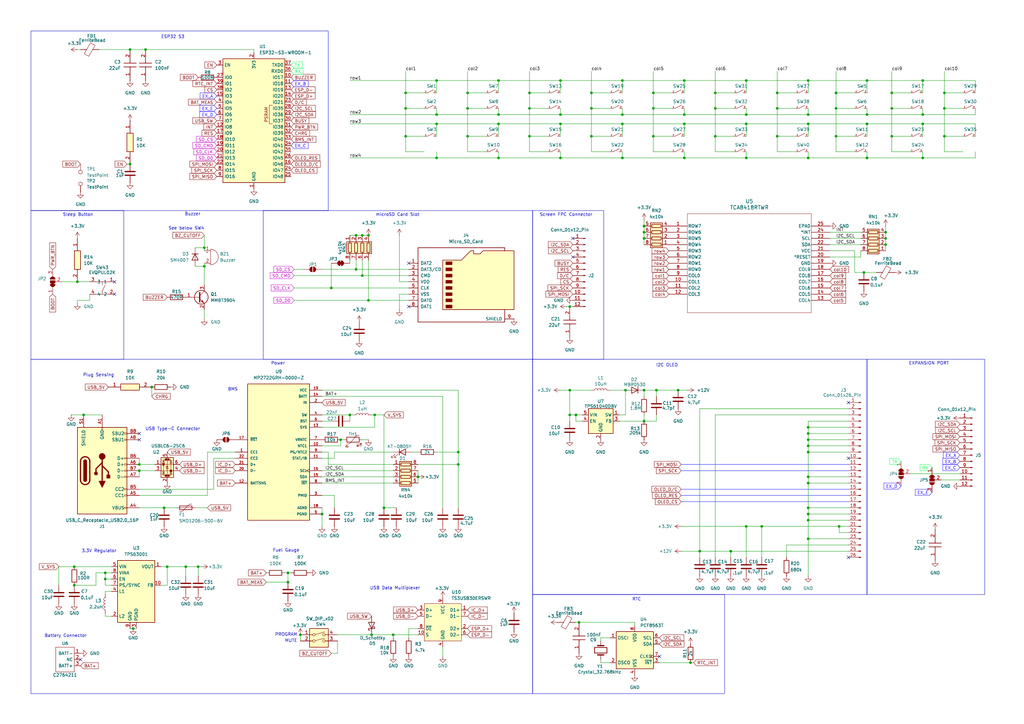
<source format=kicad_sch>
(kicad_sch (version 20250114) (generator "eeschema") (generator_version "9.0")
  (paper "A3")
  (title_block (title "E-Ink PDA Keyboard") (date "2024-10-22") (rev "V1.0") (comment 1 "Note: Parts based on JLCPCB basic parts library. Basic parts used where possible."))
  (rectangle (start 218.44 243.84) (end 297.18 284.48))
  (rectangle (start 218.44 86.36) (end 247.65 147.32))
  (rectangle (start 12.7 86.36) (end 50.8 147.32))
  (rectangle (start 218.44 147.32) (end 355.6 243.84))
  (rectangle (start 355.6 147.32) (end 403.86 243.84))
  (rectangle (start 107.95 86.36) (end 218.44 147.32))
  (rectangle (start 12.7 12.7) (end 134.62 86.36))
  (rectangle (start 12.7 147.32) (end 218.44 284.48))
  (text "Plug Sensing" (at 40.386 153.924 0) (effects (font (size 1.27 1.27))))
  (text "ESP32 S3" (at 70.866 15.24 0) (effects (font (size 1.27 1.27))))
  (text "RTC" (at 261.112 245.872 0) (effects (font (size 1.27 1.27))))
  (text "Screen FPC Connector" (at 232.156 88.138 0) (effects (font (size 1.27 1.27))))
  (text "PROGRAM" (at 117.348 260.35 0) (effects (font (size 1.27 1.27))))
  (text "Buzzer" (at 78.994 87.884 0) (effects (font (size 1.27 1.27))))
  (text "Battery Connector" (at 26.924 260.858 0) (effects (font (size 1.27 1.27))))
  (text "See below SW4" (at 76.454 93.726 0) (effects (font (size 1.27 1.27))))
  (text "Power" (at 114.046 149.098 0) (effects (font (size 1.27 1.27))))
  (text "microSD Card Slot" (at 163.068 88.138 0) (effects (font (size 1.27 1.27))))
  (text "Fuel Gauge" (at 117.348 225.806 0) (effects (font (size 1.27 1.27))))
  (text "USB Data Multiplexer" (at 162.052 241.3 0) (effects (font (size 1.27 1.27))))
  (text "USB Type-C Connector\n" (at 70.866 176.022 0) (effects (font (size 1.27 1.27))))
  (text "3.3V Regulator" (at 40.64 226.06 0) (effects (font (size 1.27 1.27))))
  (text "EXPANSION PORT" (at 381 149.098 0) (effects (font (size 1.27 1.27))))
  (text "Sleep Button" (at 32.004 88.138 0) (effects (font (size 1.27 1.27))))
  (text "MUTE" (at 119.38 262.89 0) (effects (font (size 1.27 1.27))))
  (text "BMS\n" (at 95.504 159.766 0) (effects (font (size 1.27 1.27))))
  (text "I2C OLED" (at 273.558 149.86 0) (effects (font (size 1.27 1.27))))
  (junction (at 204.47 64.77))
  (junction (at 355.6 33.02))
  (junction (at 237.49 255.27))
  (junction (at 54.61 257.81))
  (junction (at 229.87 33.02))
  (junction (at 217.17 44.45))
  (junction (at 354.33 111.76))
  (junction (at 171.45 195.58))
  (junction (at 318.77 44.45))
  (junction (at 43.18 234.95))
  (junction (at 255.27 33.02))
  (junction (at 331.47 64.77))
  (junction (at 67.31 208.28))
  (junction (at 152.4 260.35))
  (junction (at 306.07 64.77))
  (junction (at 293.37 44.45))
  (junction (at 255.27 64.77))
  (junction (at 229.87 50.8))
  (junction (at 256.54 160.02))
  (junction (at 161.29 260.35))
  (junction (at 229.87 64.77))
  (junction (at 331.47 195.58))
  (junction (at 306.07 215.9))
  (junction (at 179.07 33.02))
  (junction (at 378.46 33.02))
  (junction (at 53.34 20.32))
  (junction (at 229.87 46.99))
  (junction (at 187.96 190.5))
  (junction (at 365.76 38.1))
  (junction (at 306.07 50.8))
  (junction (at 287.02 226.06))
  (junction (at 153.67 170.18))
  (junction (at 331.47 50.8))
  (junction (at 146.05 96.52))
  (junction (at 59.69 20.32))
  (junction (at 53.34 67.31))
  (junction (at 118.11 234.95))
  (junction (at 331.47 210.82))
  (junction (at 331.47 33.02))
  (junction (at 365.76 44.45))
  (junction (at 331.47 220.98))
  (junction (at 166.37 38.1))
  (junction (at 280.67 50.8))
  (junction (at 255.27 46.99))
  (junction (at 306.07 46.99))
  (junction (at 83.82 101.6))
  (junction (at 299.72 226.06))
  (junction (at 278.13 160.02))
  (junction (at 267.97 38.1))
  (junction (at 179.07 50.8))
  (junction (at 204.47 33.02))
  (junction (at 331.47 175.26))
  (junction (at 148.59 96.52))
  (junction (at 81.28 232.41))
  (junction (at 363.22 95.25))
  (junction (at 363.22 100.33))
  (junction (at 68.58 232.41))
  (junction (at 179.07 64.77))
  (junction (at 242.57 38.1))
  (junction (at 331.47 213.36))
  (junction (at 378.46 64.77))
  (junction (at 255.27 50.8))
  (junction (at 342.9 55.88))
  (junction (at 139.7 180.34))
  (junction (at 264.16 172.72))
  (junction (at 293.37 38.1))
  (junction (at 365.76 55.88))
  (junction (at 280.67 46.99))
  (junction (at 331.47 185.42))
  (junction (at 355.6 46.99))
  (junction (at 57.15 193.04))
  (junction (at 331.47 46.99))
  (junction (at 34.29 170.18))
  (junction (at 378.46 46.99))
  (junction (at 242.57 55.88))
  (junction (at 57.15 190.5))
  (junction (at 331.47 180.34))
  (junction (at 204.47 50.8))
  (junction (at 166.37 44.45))
  (junction (at 62.23 158.75))
  (junction (at 31.75 115.57))
  (junction (at 233.68 160.02))
  (junction (at 236.22 170.18))
  (junction (at 331.47 182.88))
  (junction (at 204.47 46.99))
  (junction (at 217.17 55.88))
  (junction (at 264.16 160.02))
  (junction (at 30.48 232.41))
  (junction (at 264.16 95.25))
  (junction (at 280.67 64.77))
  (junction (at 123.19 260.35))
  (junction (at 283.21 271.78))
  (junction (at 83.82 109.22))
  (junction (at 331.47 208.28))
  (junction (at 191.77 38.1))
  (junction (at 135.89 118.11))
  (junction (at 280.67 33.02))
  (junction (at 318.77 38.1))
  (junction (at 179.07 46.99))
  (junction (at 157.48 208.28))
  (junction (at 267.97 55.88))
  (junction (at 264.16 97.79))
  (junction (at 30.48 240.03))
  (junction (at 269.24 160.02))
  (junction (at 76.2 232.41))
  (junction (at 355.6 50.8))
  (junction (at 387.35 44.45))
  (junction (at 191.77 44.45))
  (junction (at 148.59 113.03))
  (junction (at 43.18 237.49))
  (junction (at 293.37 55.88))
  (junction (at 342.9 38.1))
  (junction (at 118.11 238.76))
  (junction (at 143.51 170.18))
  (junction (at 318.77 55.88))
  (junction (at 233.68 170.18))
  (junction (at 378.46 50.8))
  (junction (at 187.96 185.42))
  (junction (at 166.37 55.88))
  (junction (at 344.17 215.9))
  (junction (at 387.35 55.88))
  (junction (at 306.07 33.02))
  (junction (at 267.97 44.45))
  (junction (at 151.13 96.52))
  (junction (at 151.13 123.19))
  (junction (at 331.47 198.12))
  (junction (at 355.6 64.77))
  (junction (at 146.05 110.49))
  (junction (at 264.16 92.71))
  (junction (at 242.57 44.45))
  (junction (at 342.9 44.45))
  (junction (at 387.35 38.1))
  (junction (at 233.68 125.73))
  (junction (at 312.42 215.9))
  (junction (at 132.08 210.82))
  (junction (at 217.17 38.1))
  (junction (at 191.77 55.88))
  (junction (at 363.22 97.79))
  (junction (at 331.47 177.8))
  (no_connect (at 347.98 165.1))
  (no_connect (at 57.15 180.34))
  (no_connect (at 167.64 107.95))
  (no_connect (at 57.15 177.8))
  (no_connect (at 270.51 269.24))
  (no_connect (at 167.64 125.73))
  (no_connect (at 46.99 120.65))
  (no_connect (at 46.99 115.57))
  (no_connect (at 234.95 105.41))
  (no_connect (at 234.95 97.79))
  (no_connect (at 347.98 228.6))
  (no_connect (at 33.02 270.51))
  (no_connect (at 347.98 187.96))
  (wire (pts (xy 269.24 172.72) (xy 264.16 172.72)))
  (wire (pts (xy 157.48 208.28) (xy 162.56 208.28)))
  (wire (pts (xy 331.47 50.8) (xy 331.47 55.88)))
  (wire (pts (xy 30.48 232.41) (xy 45.72 232.41)))
  (wire (pts (xy 279.4 200.66) (xy 347.98 200.66)) (stroke (width 0) (color 0 14 255 1)))
  (wire (pts (xy 30.48 240.03) (xy 39.37 240.03)))
  (wire (pts (xy 68.58 232.41) (xy 76.2 232.41)))
  (wire (pts (xy 166.37 62.23) (xy 173.99 62.23)))
  (wire (pts (xy 256.54 160.02) (xy 256.54 170.18)))
  (wire (pts (xy 331.47 64.77) (xy 355.6 64.77)))
  (wire (pts (xy 400.05 46.99) (xy 400.05 44.45)))
  (wire (pts (xy 264.16 170.18) (xy 264.16 172.72)))
  (wire (pts (xy 254 172.72) (xy 264.16 172.72)))
  (wire (pts (xy 146.05 106.68) (xy 146.05 110.49)))
  (wire (pts (xy 132.08 162.56) (xy 181.61 162.56)))
  (wire (pts (xy 204.47 46.99) (xy 179.07 46.99)))
  (wire (pts (xy 85.09 203.2) (xy 85.09 185.42)))
  (wire (pts (xy 167.64 257.81) (xy 171.45 257.81)))
  (wire (pts (xy 242.57 44.45) (xy 242.57 55.88)))
  (wire (pts (xy 386.08 196.85) (xy 393.7 196.85)))
  (wire (pts (xy 318.77 44.45) (xy 326.39 44.45)))
  (wire (pts (xy 191.77 38.1) (xy 199.39 38.1)))
  (wire (pts (xy 229.87 160.02) (xy 233.68 160.02)))
  (wire (pts (xy 350.52 111.76) (xy 350.52 102.87)))
  (wire (pts (xy 146.05 110.49) (xy 167.64 110.49)))
  (wire (pts (xy 293.37 44.45) (xy 293.37 55.88)))
  (wire (pts (xy 400.05 50.8) (xy 400.05 55.88)))
  (wire (pts (xy 359.41 111.76) (xy 354.33 111.76)))
  (wire (pts (xy 387.35 38.1) (xy 387.35 44.45)))
  (wire (pts (xy 331.47 50.8) (xy 355.6 50.8)))
  (wire (pts (xy 31.75 123.19) (xy 36.83 123.19)))
  (wire (pts (xy 255.27 64.77) (xy 229.87 64.77)))
  (wire (pts (xy 255.27 50.8) (xy 255.27 55.88)))
  (wire (pts (xy 344.17 218.44) (xy 344.17 215.9)))
  (wire (pts (xy 400.05 64.77) (xy 400.05 62.23)))
  (wire (pts (xy 217.17 44.45) (xy 224.79 44.45)))
  (wire (pts (xy 132.08 198.12) (xy 161.29 198.12)))
  (wire (pts (xy 43.18 242.57) (xy 45.72 242.57)))
  (wire (pts (xy 363.22 97.79) (xy 363.22 100.33)))
  (wire (pts (xy 331.47 175.26) (xy 347.98 175.26)))
  (wire (pts (xy 132.08 160.02) (xy 187.96 160.02)))
  (wire (pts (xy 331.47 46.99) (xy 331.47 44.45)))
  (wire (pts (xy 217.17 38.1) (xy 224.79 38.1)))
  (wire (pts (xy 217.17 55.88) (xy 217.17 62.23)))
  (wire (pts (xy 179.07 50.8) (xy 179.07 55.88)))
  (wire (pts (xy 255.27 33.02) (xy 255.27 38.1)))
  (wire (pts (xy 233.68 160.02) (xy 242.57 160.02)))
  (wire (pts (xy 355.6 64.77) (xy 378.46 64.77)))
  (wire (pts (xy 378.46 64.77) (xy 378.46 62.23)))
  (wire (pts (xy 166.37 55.88) (xy 173.99 55.88)))
  (wire (pts (xy 255.27 46.99) (xy 255.27 44.45)))
  (wire (pts (xy 204.47 33.02) (xy 204.47 38.1)))
  (wire (pts (xy 132.08 175.26) (xy 153.67 175.26)))
  (wire (pts (xy 81.28 232.41) (xy 81.28 236.22)))
  (wire (pts (xy 267.97 44.45) (xy 275.59 44.45)))
  (wire (pts (xy 66.04 240.03) (xy 68.58 240.03)))
  (wire (pts (xy 116.84 234.95) (xy 118.11 234.95)))
  (wire (pts (xy 143.51 50.8) (xy 179.07 50.8)))
  (wire (pts (xy 140.97 180.34) (xy 139.7 180.34)))
  (wire (pts (xy 293.37 170.18) (xy 347.98 170.18)))
  (wire (pts (xy 293.37 38.1) (xy 300.99 38.1)))
  (wire (pts (xy 264.16 95.25) (xy 264.16 97.79)))
  (wire (pts (xy 242.57 55.88) (xy 250.19 55.88)))
  (wire (pts (xy 132.08 210.82) (xy 132.08 215.9)))
  (wire (pts (xy 387.35 44.45) (xy 387.35 55.88)))
  (wire (pts (xy 347.98 223.52) (xy 322.58 223.52)))
  (wire (pts (xy 171.45 193.04) (xy 171.45 195.58)))
  (wire (pts (xy 132.08 170.18) (xy 143.51 170.18)))
  (wire (pts (xy 57.15 193.04) (xy 63.5 193.04)))
  (wire (pts (xy 331.47 33.02) (xy 306.07 33.02)))
  (wire (pts (xy 255.27 50.8) (xy 229.87 50.8)))
  (wire (pts (xy 68.58 232.41) (xy 68.58 240.03)))
  (wire (pts (xy 280.67 46.99) (xy 255.27 46.99)))
  (wire (pts (xy 24.13 232.41) (xy 30.48 232.41)))
  (wire (pts (xy 166.37 38.1) (xy 173.99 38.1)))
  (wire (pts (xy 242.57 62.23) (xy 250.19 62.23)))
  (wire (pts (xy 181.61 269.24) (xy 181.61 265.43)))
  (wire (pts (xy 120.65 110.49) (xy 124.46 110.49)))
  (wire (pts (xy 191.77 44.45) (xy 199.39 44.45)))
  (wire (pts (xy 378.46 64.77) (xy 400.05 64.77)))
  (wire (pts (xy 153.67 170.18) (xy 157.48 170.18)))
  (wire (pts (xy 39.37 234.95) (xy 43.18 234.95)))
  (wire (pts (xy 229.87 64.77) (xy 229.87 62.23)))
  (wire (pts (xy 143.51 170.18) (xy 143.51 172.72)))
  (wire (pts (xy 163.83 120.65) (xy 167.64 120.65)))
  (wire (pts (xy 269.24 160.02) (xy 264.16 160.02)))
  (wire (pts (xy 166.37 55.88) (xy 166.37 62.23)))
  (wire (pts (xy 120.65 113.03) (xy 148.59 113.03)))
  (wire (pts (xy 267.97 38.1) (xy 267.97 44.45)))
  (wire (pts (xy 264.16 90.17) (xy 264.16 92.71)))
  (wire (pts (xy 340.36 100.33) (xy 353.06 100.33)))
  (wire (pts (xy 373.38 194.31) (xy 393.7 194.31)))
  (wire (pts (xy 342.9 38.1) (xy 350.52 38.1)))
  (wire (pts (xy 342.9 55.88) (xy 350.52 55.88)))
  (wire (pts (xy 293.37 62.23) (xy 300.99 62.23)))
  (wire (pts (xy 132.08 193.04) (xy 161.29 193.04)))
  (wire (pts (xy 217.17 62.23) (xy 224.79 62.23)))
  (wire (pts (xy 246.38 270.51) (xy 246.38 271.78)))
  (wire (pts (xy 43.18 237.49) (xy 43.18 234.95)))
  (wire (pts (xy 163.83 127) (xy 163.83 120.65)))
  (wire (pts (xy 365.76 62.23) (xy 373.38 62.23)))
  (wire (pts (xy 161.29 260.35) (xy 171.45 260.35)))
  (wire (pts (xy 306.07 215.9) (xy 312.42 215.9)))
  (wire (pts (xy 242.57 55.88) (xy 242.57 62.23)))
  (wire (pts (xy 204.47 50.8) (xy 204.47 55.88)))
  (wire (pts (xy 378.46 46.99) (xy 378.46 44.45)))
  (wire (pts (xy 340.36 105.41) (xy 353.06 105.41)))
  (wire (pts (xy 132.08 182.88) (xy 139.7 182.88)))
  (wire (pts (xy 331.47 64.77) (xy 331.47 62.23)))
  (wire (pts (xy 264.16 162.56) (xy 264.16 160.02)))
  (wire (pts (xy 264.16 92.71) (xy 264.16 95.25)))
  (wire (pts (xy 378.46 33.02) (xy 378.46 38.1)))
  (wire (pts (xy 342.9 38.1) (xy 342.9 44.45)))
  (wire (pts (xy 246.38 271.78) (xy 250.19 271.78)))
  (wire (pts (xy 255.27 33.02) (xy 229.87 33.02)))
  (wire (pts (xy 229.87 50.8) (xy 204.47 50.8)))
  (wire (pts (xy 152.4 170.18) (xy 153.67 170.18)))
  (wire (pts (xy 191.77 62.23) (xy 199.39 62.23)))
  (wire (pts (xy 353.06 105.41) (xy 353.06 102.87)))
  (wire (pts (xy 132.08 110.49) (xy 146.05 110.49)))
  (wire (pts (xy 118.11 234.95) (xy 119.38 234.95)))
  (wire (pts (xy 45.72 237.49) (xy 43.18 237.49)))
  (wire (pts (xy 355.6 33.02) (xy 378.46 33.02)))
  (wire (pts (xy 267.97 55.88) (xy 275.59 55.88)))
  (wire (pts (xy 340.36 95.25) (xy 353.06 95.25)))
  (wire (pts (xy 187.96 160.02) (xy 187.96 185.42)))
  (wire (pts (xy 255.27 64.77) (xy 255.27 62.23)))
  (wire (pts (xy 331.47 198.12) (xy 331.47 208.28)))
  (wire (pts (xy 331.47 46.99) (xy 355.6 46.99)))
  (wire (pts (xy 43.18 251.46) (xy 43.18 252.73)))
  (wire (pts (xy 81.28 232.41) (xy 82.55 232.41)))
  (wire (pts (xy 57.15 190.5) (xy 63.5 190.5)))
  (wire (pts (xy 167.64 261.62) (xy 167.64 257.81)))
  (wire (pts (xy 67.31 208.28) (xy 72.39 208.28)))
  (wire (pts (xy 280.67 33.02) (xy 280.67 38.1)))
  (wire (pts (xy 269.24 160.02) (xy 269.24 162.56)))
  (wire (pts (xy 280.67 50.8) (xy 255.27 50.8)))
  (wire (pts (xy 306.07 64.77) (xy 306.07 62.23)))
  (wire (pts (xy 43.18 243.84) (xy 43.18 242.57)))
  (wire (pts (xy 355.6 33.02) (xy 355.6 38.1)))
  (wire (pts (xy 278.13 160.02) (xy 269.24 160.02)))
  (wire (pts (xy 204.47 50.8) (xy 179.07 50.8)))
  (wire (pts (xy 83.82 107.95) (xy 83.82 109.22)))
  (wire (pts (xy 39.37 240.03) (xy 39.37 234.95)))
  (wire (pts (xy 83.82 130.81) (xy 83.82 127)))
  (wire (pts (xy 279.4 226.06) (xy 287.02 226.06)))
  (wire (pts (xy 148.59 106.68) (xy 148.59 113.03)))
  (wire (pts (xy 229.87 50.8) (xy 229.87 55.88)))
  (wire (pts (xy 123.19 260.35) (xy 123.19 262.89)))
  (wire (pts (xy 287.02 226.06) (xy 299.72 226.06)))
  (wire (pts (xy 365.76 29.21) (xy 365.76 38.1)))
  (wire (pts (xy 331.47 208.28) (xy 347.98 208.28)))
  (wire (pts (xy 331.47 210.82) (xy 347.98 210.82)))
  (wire (pts (xy 365.76 44.45) (xy 365.76 55.88)))
  (wire (pts (xy 306.07 46.99) (xy 280.67 46.99)))
  (wire (pts (xy 181.61 162.56) (xy 181.61 208.28)))
  (wire (pts (xy 137.16 185.42) (xy 137.16 187.96)))
  (wire (pts (xy 217.17 38.1) (xy 217.17 44.45)))
  (wire (pts (xy 331.47 177.8) (xy 347.98 177.8)))
  (wire (pts (xy 161.29 185.42) (xy 137.16 185.42)))
  (wire (pts (xy 312.42 215.9) (xy 344.17 215.9)))
  (wire (pts (xy 331.47 50.8) (xy 306.07 50.8)))
  (wire (pts (xy 204.47 64.77) (xy 179.07 64.77)))
  (wire (pts (xy 143.51 170.18) (xy 144.78 170.18)))
  (wire (pts (xy 267.97 44.45) (xy 267.97 55.88)))
  (wire (pts (xy 163.83 115.57) (xy 167.64 115.57)))
  (wire (pts (xy 280.67 64.77) (xy 280.67 62.23)))
  (wire (pts (xy 151.13 180.34) (xy 148.59 180.34)))
  (wire (pts (xy 306.07 33.02) (xy 280.67 33.02)))
  (wire (pts (xy 318.77 38.1) (xy 318.77 44.45)))
  (wire (pts (xy 306.07 50.8) (xy 280.67 50.8)))
  (wire (pts (xy 355.6 64.77) (xy 355.6 62.23)))
  (wire (pts (xy 365.76 38.1) (xy 365.76 44.45)))
  (wire (pts (xy 229.87 33.02) (xy 204.47 33.02)))
  (wire (pts (xy 238.76 172.72) (xy 236.22 172.72)))
  (wire (pts (xy 191.77 55.88) (xy 199.39 55.88)))
  (wire (pts (xy 179.07 185.42) (xy 187.96 185.42)))
  (wire (pts (xy 331.47 172.72) (xy 331.47 175.26)))
  (wire (pts (xy 387.35 29.21) (xy 387.35 38.1)))
  (wire (pts (xy 331.47 180.34) (xy 331.47 182.88)))
  (wire (pts (xy 191.77 29.21) (xy 191.77 38.1)))
  (wire (pts (xy 76.2 232.41) (xy 81.28 232.41)))
  (wire (pts (xy 62.23 162.56) (xy 62.23 158.75)))
  (wire (pts (xy 279.4 215.9) (xy 306.07 215.9)))
  (wire (pts (xy 146.05 96.52) (xy 148.59 96.52)))
  (wire (pts (xy 29.21 170.18) (xy 34.29 170.18)))
  (wire (pts (xy 342.9 44.45) (xy 350.52 44.45)))
  (wire (pts (xy 236.22 172.72) (xy 236.22 170.18)))
  (wire (pts (xy 365.76 44.45) (xy 373.38 44.45)))
  (wire (pts (xy 306.07 64.77) (xy 280.67 64.77)))
  (wire (pts (xy 387.35 55.88) (xy 394.97 55.88)))
  (wire (pts (xy 54.61 257.81) (xy 55.88 257.81)))
  (wire (pts (xy 378.46 50.8) (xy 378.46 55.88)))
  (wire (pts (xy 331.47 33.02) (xy 331.47 38.1)))
  (wire (pts (xy 306.07 215.9) (xy 306.07 228.6)))
  (wire (pts (xy 171.45 190.5) (xy 187.96 190.5)))
  (wire (pts (xy 57.15 195.58) (xy 57.15 193.04)))
  (wire (pts (xy 43.18 234.95) (xy 45.72 234.95)))
  (wire (pts (xy 109.22 238.76) (xy 118.11 238.76)))
  (wire (pts (xy 318.77 29.21) (xy 318.77 38.1)))
  (wire (pts (xy 387.35 44.45) (xy 394.97 44.45)))
  (wire (pts (xy 331.47 220.98) (xy 331.47 236.22)))
  (wire (pts (xy 57.15 200.66) (xy 87.63 200.66)))
  (wire (pts (xy 331.47 213.36) (xy 331.47 220.98)))
  (wire (pts (xy 57.15 208.28) (xy 67.31 208.28)))
  (wire (pts (xy 31.75 115.57) (xy 36.83 115.57)))
  (wire (pts (xy 83.82 101.6) (xy 83.82 102.87)))
  (wire (pts (xy 143.51 106.68) (xy 143.51 107.95)))
  (wire (pts (xy 143.51 96.52) (xy 146.05 96.52)))
  (wire (pts (xy 135.89 107.95) (xy 135.89 118.11)))
  (wire (pts (xy 299.72 226.06) (xy 299.72 228.6)))
  (wire (pts (xy 318.77 38.1) (xy 326.39 38.1)))
  (wire (pts (xy 284.48 271.78) (xy 283.21 271.78)))
  (wire (pts (xy 331.47 182.88) (xy 331.47 185.42)))
  (wire (pts (xy 280.67 33.02) (xy 255.27 33.02)))
  (wire (pts (xy 256.54 170.18) (xy 254 170.18)))
  (wire (pts (xy 378.46 46.99) (xy 400.05 46.99)))
  (wire (pts (xy 355.6 50.8) (xy 378.46 50.8)))
  (wire (pts (xy 132.08 203.2) (xy 137.16 203.2)))
  (wire (pts (xy 363.22 95.25) (xy 363.22 97.79)))
  (wire (pts (xy 80.01 101.6) (xy 83.82 101.6)))
  (wire (pts (xy 365.76 55.88) (xy 365.76 62.23)))
  (wire (pts (xy 166.37 29.21) (xy 166.37 38.1)))
  (wire (pts (xy 355.6 46.99) (xy 378.46 46.99)))
  (wire (pts (xy 45.72 240.03) (xy 43.18 240.03)))
  (wire (pts (xy 132.08 185.42) (xy 134.62 185.42)))
  (wire (pts (xy 53.34 257.81) (xy 54.61 257.81)))
  (wire (pts (xy 191.77 44.45) (xy 191.77 55.88)))
  (wire (pts (xy 306.07 50.8) (xy 306.07 55.88)))
  (wire (pts (xy 217.17 44.45) (xy 217.17 55.88)))
  (wire (pts (xy 267.97 55.88) (xy 267.97 62.23)))
  (wire (pts (xy 378.46 33.02) (xy 400.05 33.02)))
  (wire (pts (xy 43.18 240.03) (xy 43.18 237.49)))
  (wire (pts (xy 264.16 97.79) (xy 264.16 100.33)))
  (wire (pts (xy 331.47 195.58) (xy 347.98 195.58)))
  (wire (pts (xy 57.15 190.5) (xy 57.15 187.96)))
  (wire (pts (xy 242.57 38.1) (xy 242.57 44.45)))
  (wire (pts (xy 80.01 208.28) (xy 85.09 208.28)))
  (wire (pts (xy 250.19 160.02) (xy 256.54 160.02)))
  (wire (pts (xy 191.77 55.88) (xy 191.77 62.23)))
  (wire (pts (xy 168.91 185.42) (xy 171.45 185.42)))
  (wire (pts (xy 179.07 33.02) (xy 179.07 38.1)))
  (wire (pts (xy 148.59 113.03) (xy 167.64 113.03)))
  (wire (pts (xy 232.41 125.73) (xy 233.68 125.73)))
  (wire (pts (xy 157.48 170.18) (xy 157.48 208.28)))
  (wire (pts (xy 331.47 64.77) (xy 306.07 64.77)))
  (wire (pts (xy 57.15 203.2) (xy 85.09 203.2)))
  (wire (pts (xy 242.57 44.45) (xy 250.19 44.45)))
  (wire (pts (xy 87.63 187.96) (xy 96.52 187.96)))
  (wire (pts (xy 151.13 123.19) (xy 167.64 123.19)))
  (wire (pts (xy 347.98 172.72) (xy 331.47 172.72)))
  (wire (pts (xy 171.45 195.58) (xy 171.45 198.12)))
  (wire (pts (xy 331.47 185.42) (xy 331.47 195.58)))
  (wire (pts (xy 318.77 44.45) (xy 318.77 55.88)))
  (wire (pts (xy 66.04 232.41) (xy 68.58 232.41)))
  (wire (pts (xy 85.09 185.42) (xy 96.52 185.42)))
  (wire (pts (xy 363.22 92.71) (xy 363.22 95.25)))
  (wire (pts (xy 229.87 46.99) (xy 229.87 44.45)))
  (wire (pts (xy 287.02 226.06) (xy 287.02 228.6)))
  (wire (pts (xy 318.77 62.23) (xy 326.39 62.23)))
  (wire (pts (xy 340.36 97.79) (xy 353.06 97.79)))
  (wire (pts (xy 151.13 106.68) (xy 151.13 123.19)))
  (wire (pts (xy 43.18 252.73) (xy 45.72 252.73)))
  (wire (pts (xy 331.47 180.34) (xy 347.98 180.34)))
  (wire (pts (xy 279.4 190.5) (xy 347.98 190.5)) (stroke (width 0) (color 0 14 255 1)))
  (wire (pts (xy 280.67 46.99) (xy 280.67 44.45)))
  (wire (pts (xy 179.07 44.45) (xy 179.07 46.99)))
  (wire (pts (xy 287.02 167.64) (xy 287.02 226.06)))
  (wire (pts (xy 347.98 218.44) (xy 344.17 218.44)))
  (wire (pts (xy 76.2 232.41) (xy 76.2 236.22)))
  (wire (pts (xy 83.82 96.52) (xy 83.82 101.6)))
  (wire (pts (xy 217.17 55.88) (xy 224.79 55.88)))
  (wire (pts (xy 143.51 33.02) (xy 179.07 33.02)))
  (wire (pts (xy 204.47 33.02) (xy 179.07 33.02)))
  (wire (pts (xy 344.17 215.9) (xy 347.98 215.9)))
  (wire (pts (xy 163.83 96.52) (xy 163.83 115.57)))
  (wire (pts (xy 293.37 55.88) (xy 300.99 55.88)))
  (wire (pts (xy 293.37 170.18) (xy 293.37 228.6)))
  (wire (pts (xy 134.62 185.42) (xy 134.62 190.5)))
  (wire (pts (xy 34.29 170.18) (xy 41.91 170.18)))
  (wire (pts (xy 331.47 46.99) (xy 306.07 46.99)))
  (wire (pts (xy 161.29 261.62) (xy 161.29 260.35)))
  (wire (pts (xy 120.65 123.19) (xy 151.13 123.19)))
  (wire (pts (xy 350.52 102.87) (xy 340.36 102.87)))
  (wire (pts (xy 132.08 208.28) (xy 132.08 210.82)))
  (wire (pts (xy 306.07 46.99) (xy 306.07 44.45)))
  (wire (pts (xy 279.4 193.04) (xy 347.98 193.04)) (stroke (width 0) (color 0 14 255 1)))
  (wire (pts (xy 331.47 33.02) (xy 355.6 33.02)))
  (wire (pts (xy 306.07 33.02) (xy 306.07 38.1)))
  (wire (pts (xy 331.47 175.26) (xy 331.47 177.8)))
  (wire (pts (xy 143.51 64.77) (xy 179.07 64.77)))
  (wire (pts (xy 153.67 175.26) (xy 153.67 170.18)))
  (wire (pts (xy 139.7 182.88) (xy 139.7 180.34)))
  (wire (pts (xy 293.37 55.88) (xy 293.37 62.23)))
  (wire (pts (xy 331.47 185.42) (xy 347.98 185.42)))
  (wire (pts (xy 331.47 198.12) (xy 347.98 198.12)))
  (wire (pts (xy 342.9 62.23) (xy 350.52 62.23)))
  (wire (pts (xy 342.9 44.45) (xy 342.9 55.88)))
  (wire (pts (xy 204.47 46.99) (xy 204.47 44.45)))
  (wire (pts (xy 287.02 167.64) (xy 347.98 167.64)))
  (wire (pts (xy 322.58 223.52) (xy 322.58 228.6)))
  (wire (pts (xy 299.72 226.06) (xy 347.98 226.06)))
  (wire (pts (xy 242.57 29.21) (xy 242.57 38.1)))
  (wire (pts (xy 312.42 215.9) (xy 312.42 228.6)))
  (wire (pts (xy 318.77 55.88) (xy 326.39 55.88)))
  (wire (pts (xy 135.89 118.11) (xy 167.64 118.11)))
  (wire (pts (xy 148.59 96.52) (xy 151.13 96.52)))
  (wire (pts (xy 104.14 20.32) (xy 104.14 21.59)))
  (wire (pts (xy 191.77 38.1) (xy 191.77 44.45)))
  (wire (pts (xy 365.76 55.88) (xy 373.38 55.88)))
  (wire (pts (xy 137.16 187.96) (xy 132.08 187.96)))
  (wire (pts (xy 260.35 255.27) (xy 260.35 256.54)))
  (wire (pts (xy 166.37 38.1) (xy 166.37 44.45)))
  (wire (pts (xy 342.9 55.88) (xy 342.9 62.23)))
  (wire (pts (xy 331.47 182.88) (xy 347.98 182.88)))
  (wire (pts (xy 331.47 177.8) (xy 331.47 180.34)))
  (wire (pts (xy 293.37 44.45) (xy 300.99 44.45)))
  (wire (pts (xy 242.57 38.1) (xy 250.19 38.1)))
  (wire (pts (xy 229.87 33.02) (xy 229.87 38.1)))
  (wire (pts (xy 280.67 50.8) (xy 280.67 55.88)))
  (wire (pts (xy 293.37 29.21) (xy 293.37 38.1)))
  (wire (pts (xy 25.4 115.57) (xy 31.75 115.57)))
  (wire (pts (xy 280.67 64.77) (xy 255.27 64.77)))
  (wire (pts (xy 236.22 255.27) (xy 237.49 255.27)))
  (wire (pts (xy 143.51 46.99) (xy 179.07 46.99)))
  (wire (pts (xy 53.34 20.32) (xy 59.69 20.32)))
  (wire (pts (xy 331.47 195.58) (xy 331.47 198.12)))
  (wire (pts (xy 246.38 262.89) (xy 246.38 261.62)))
  (wire (pts (xy 134.62 190.5) (xy 161.29 190.5)))
  (wire (pts (xy 350.52 111.76) (xy 354.33 111.76)))
  (wire (pts (xy 233.68 170.18) (xy 233.68 160.02)))
  (wire (pts (xy 229.87 64.77) (xy 204.47 64.77)))
  (wire (pts (xy 187.96 190.5) (xy 187.96 208.28)))
  (wire (pts (xy 132.08 172.72) (xy 135.89 172.72)))
  (wire (pts (xy 233.68 170.18) (xy 236.22 170.18)))
  (wire (pts (xy 31.75 20.32) (xy 33.02 20.32)))
  (wire (pts (xy 87.63 200.66) (xy 87.63 187.96)))
  (wire (pts (xy 59.69 20.32) (xy 104.14 20.32)))
  (wire (pts (xy 270.51 271.78) (xy 283.21 271.78)))
  (wire (pts (xy 355.6 46.99) (xy 355.6 44.45)))
  (wire (pts (xy 387.35 62.23) (xy 394.97 62.23)))
  (wire (pts (xy 137.16 203.2) (xy 137.16 208.28)))
  (wire (pts (xy 267.97 38.1) (xy 275.59 38.1)))
  (wire (pts (xy 24.13 232.41) (xy 24.13 240.03)))
  (wire (pts (xy 40.64 20.32) (xy 53.34 20.32)))
  (wire (pts (xy 365.76 38.1) (xy 373.38 38.1)))
  (wire (pts (xy 132.08 195.58) (xy 161.29 195.58)))
  (wire (pts (xy 233.68 125.73) (xy 234.95 125.73)))
  (wire (pts (xy 120.65 118.11) (xy 135.89 118.11)))
  (wire (pts (xy 347.98 203.2) (xy 279.4 203.2)) (stroke (width 0) (color 0 14 255 1)))
  (wire (pts (xy 255.27 46.99) (xy 229.87 46.99)))
  (wire (pts (xy 363.22 100.33) (xy 363.22 102.87)))
  (wire (pts (xy 331.47 220.98) (xy 347.98 220.98)))
  (wire (pts (xy 135.89 267.97) (xy 138.43 267.97)))
  (wire (pts (xy 331.47 208.28) (xy 331.47 210.82)))
  (wire (pts (xy 293.37 38.1) (xy 293.37 44.45)))
  (wire (pts (xy 138.43 267.97) (xy 138.43 262.89)))
  (wire (pts (xy 138.43 260.35) (xy 152.4 260.35)))
  (wire (pts (xy 342.9 29.21) (xy 342.9 38.1)))
  (wire (pts (xy 237.49 255.27) (xy 260.35 255.27)))
  (wire (pts (xy 267.97 29.21) (xy 267.97 38.1)))
  (wire (pts (xy 387.35 55.88) (xy 387.35 62.23)))
  (wire (pts (xy 400.05 33.02) (xy 400.05 38.1)))
  (wire (pts (xy 187.96 185.42) (xy 187.96 190.5)))
  (wire (pts (xy 279.4 205.74) (xy 347.98 205.74)) (stroke (width 0) (color 0 14 255 1)))
  (wire (pts (xy 166.37 44.45) (xy 173.99 44.45)))
  (wire (pts (xy 36.83 123.19) (xy 36.83 120.65)))
  (wire (pts (xy 152.4 260.35) (xy 161.29 260.35)))
  (wire (pts (xy 217.17 29.21) (xy 217.17 38.1)))
  (wire (pts (xy 387.35 38.1) (xy 394.97 38.1)))
  (wire (pts (xy 204.47 64.77) (xy 204.47 62.23)))
  (wire (pts (xy 331.47 210.82) (xy 331.47 213.36)))
  (wire (pts (xy 238.76 170.18) (xy 236.22 170.18)))
  (wire (pts (xy 269.24 170.18) (xy 269.24 172.72)))
  (wire (pts (xy 31.75 123.19) (xy 31.75 124.46)))
  (wire (pts (xy 355.6 50.8) (xy 355.6 55.88)))
  (wire (pts (xy 347.98 213.36) (xy 331.47 213.36)))
  (wire (pts (xy 267.97 62.23) (xy 275.59 62.23)))
  (wire (pts (xy 246.38 261.62) (xy 250.19 261.62)))
  (wire (pts (xy 80.01 109.22) (xy 83.82 109.22)))
  (wire (pts (xy 378.46 50.8) (xy 400.05 50.8)))
  (wire (pts (xy 233.68 172.72) (xy 233.68 170.18)))
  (wire (pts (xy 52.07 67.31) (xy 53.34 67.31)))
  (wire (pts (xy 118.11 234.95) (xy 118.11 238.76)))
  (wire (pts (xy 83.82 109.22) (xy 83.82 116.84)))
  (wire (pts (xy 281.94 160.02) (xy 278.13 160.02)))
  (wire (pts (xy 166.37 44.45) (xy 166.37 55.88)))
  (wire (pts (xy 179.07 64.77) (xy 179.07 62.23)))
  (wire (pts (xy 318.77 55.88) (xy 318.77 62.23)))
  (wire (pts (xy 229.87 46.99) (xy 204.47 46.99)))
  (label "col10" (at 387.35 29.21 0))
  (label "col5" (at 267.97 29.21 0))
  (label "row2" (at 143.51 46.99 0))
  (label "col3" (at 217.17 29.21 0))
  (label "col1" (at 166.37 29.21 0))
  (label "col7" (at 318.77 29.21 0))
  (label "col9" (at 365.76 29.21 0))
  (label "I2C_SDA" (at 342.9 100.33 0))
  (label "row4" (at 143.51 64.77 0))
  (label "I2C_SDA" (at 133.35 195.58 0))
  (label "col6" (at 293.37 29.21 0))
  (label "col2" (at 191.77 29.21 0))
  (label "BMS_INT" (at 133.35 198.12 0))
  (label "I2C_SCL" (at 342.9 97.79 0))
  (label "BAT+" (at 133.35 162.56 0))
  (label "I2C_SCL" (at 133.35 193.04 0))
  (label "col4" (at 242.57 29.21 0))
  (label "col8" (at 342.9 29.21 0))
  (label "INT" (at 342.9 95.25 0))
  (label "row3" (at 143.51 50.8 0))
  (label "row1" (at 143.51 33.02 0))
  (global_label "OLED_RES" (shape input) (at 279.4 203.2 180) (property "Intersheetrefs" "${INTERSHEET_REFS}" (effects (hide yes))))
  (global_label "EX_C" (shape input) (at 119.38 59.69 0) (property "Intersheetrefs" "${INTERSHEET_REFS}" (effects (hide yes))))
  (global_label "RTC_INT" (shape input) (at 88.9 34.29 180) (property "Intersheetrefs" "${INTERSHEET_REFS}" (effects (hide yes))))
  (global_label "V_SYS" (shape input) (at 157.48 170.18 0) (property "Intersheetrefs" "${INTERSHEET_REFS}" (effects (hide yes))))
  (global_label "I2C_SCL" (shape input) (at 234.95 102.87 180) (property "Intersheetrefs" "${INTERSHEET_REFS}" (effects (hide yes))))
  (global_label "OLED_RES" (shape input) (at 119.38 64.77 0) (property "Intersheetrefs" "${INTERSHEET_REFS}" (effects (hide yes))))
  (global_label "I2C_SDA" (shape input) (at 270.51 264.16 0) (property "Intersheetrefs" "${INTERSHEET_REFS}" (effects (hide yes))))
  (global_label "V_SYS" (shape input) (at 24.13 232.41 180) (property "Intersheetrefs" "${INTERSHEET_REFS}" (effects (hide yes))))
  (global_label "BUZZER" (shape input) (at 119.38 31.75 0) (property "Intersheetrefs" "${INTERSHEET_REFS}" (effects (hide yes))))
  (global_label "EX_B" (shape input) (at 119.38 34.29 0) (property "Intersheetrefs" "${INTERSHEET_REFS}" (effects (hide yes))))
  (global_label "USB_D+" (shape input) (at 73.66 190.5 0) (property "Intersheetrefs" "${INTERSHEET_REFS}" (effects (hide yes))))
  (global_label "TX" (shape input) (at 119.38 26.67 0) (property "Intersheetrefs" "${INTERSHEET_REFS}" (effects (hide yes))))
  (global_label "BUSY" (shape input) (at 119.38 49.53 0) (property "Intersheetrefs" "${INTERSHEET_REFS}" (effects (hide yes))))
  (global_label "RX" (shape input) (at 119.38 29.21 0) (property "Intersheetrefs" "${INTERSHEET_REFS}" (effects (hide yes))))
  (global_label "EN" (shape input) (at 88.9 26.67 180) (property "Intersheetrefs" "${INTERSHEET_REFS}" (effects (hide yes))))
  (global_label "I2C_SCL" (shape input) (at 119.38 44.45 0) (property "Intersheetrefs" "${INTERSHEET_REFS}" (effects (hide yes))))
  (global_label "BAT_MEAS" (shape input) (at 109.22 238.76 180) (property "Intersheetrefs" "${INTERSHEET_REFS}" (effects (hide yes))))
  (global_label "SPI_MOSI" (shape input) (at 88.9 67.31 180) (property "Intersheetrefs" "${INTERSHEET_REFS}" (effects (hide yes))))
  (global_label "OLED_D{slash}C" (shape input) (at 119.38 67.31 0) (property "Intersheetrefs" "${INTERSHEET_REFS}" (effects (hide yes))))
  (global_label "USB_5V" (shape input) (at 68.58 185.42 0) (property "Intersheetrefs" "${INTERSHEET_REFS}" (effects (hide yes))))
  (global_label "BZ_CUTOFF" (shape input) (at 135.89 267.97 180) (property "Intersheetrefs" "${INTERSHEET_REFS}" (effects (hide yes))))
  (global_label "IC_D+" (shape input) (at 96.52 190.5 180) (property "Intersheetrefs" "${INTERSHEET_REFS}" (effects (hide yes))))
  (global_label "INT" (shape input) (at 88.9 52.07 180) (property "Intersheetrefs" "${INTERSHEET_REFS}" (effects (hide yes))))
  (global_label "SPI_SCK" (shape input) (at 279.4 193.04 180) (property "Intersheetrefs" "${INTERSHEET_REFS}" (effects (hide yes))))
  (global_label "BOOT" (shape input) (at 33.02 67.31 180) (property "Intersheetrefs" "${INTERSHEET_REFS}" (effects (hide yes))))
  (global_label "CHRG" (shape input) (at 62.23 162.56 0) (property "Intersheetrefs" "${INTERSHEET_REFS}" (effects (hide yes))))
  (global_label "SD_CMD" (shape input) (at 120.65 113.03 180) (property "Intersheetrefs" "${INTERSHEET_REFS}" (effects (hide yes))))
  (global_label "BMS_INT" (shape input) (at 119.38 57.15 0) (property "Intersheetrefs" "${INTERSHEET_REFS}" (effects (hide yes))))
  (global_label "EX_E" (shape input) (at 382.27 201.93 180) (property "Intersheetrefs" "${INTERSHEET_REFS}" (effects (hide yes))))
  (global_label "SD_CLK" (shape input) (at 120.65 118.11 180) (property "Intersheetrefs" "${INTERSHEET_REFS}" (effects (hide yes))))
  (global_label "CS" (shape input) (at 88.9 36.83 180) (property "Intersheetrefs" "${INTERSHEET_REFS}" (effects (hide yes))))
  (global_label "col7" (shape input) (at 340.36 118.11 0) (property "Intersheetrefs" "${INTERSHEET_REFS}" (effects (hide yes))))
  (global_label "SD_CS" (shape input) (at 120.65 110.49 180) (property "Intersheetrefs" "${INTERSHEET_REFS}" (effects (hide yes))))
  (global_label "col8" (shape input) (at 340.36 115.57 0) (property "Intersheetrefs" "${INTERSHEET_REFS}" (effects (hide yes))))
  (global_label "USB_SW" (shape input) (at 152.4 252.73 180) (property "Intersheetrefs" "${INTERSHEET_REFS}" (effects (hide yes))))
  (global_label "EN" (shape input) (at 52.07 67.31 180) (property "Intersheetrefs" "${INTERSHEET_REFS}" (effects (hide yes))))
  (global_label "USB_5V" (shape input) (at 44.45 158.75 180) (property "Intersheetrefs" "${INTERSHEET_REFS}" (effects (hide yes))))
  (global_label "SPI_MISO" (shape input) (at 393.7 184.15 180) (property "Intersheetrefs" "${INTERSHEET_REFS}" (effects (hide yes))))
  (global_label "SD_CLK" (shape input) (at 88.9 62.23 180) (property "Intersheetrefs" "${INTERSHEET_REFS}" (effects (hide yes))))
  (global_label "col5" (shape input) (at 340.36 123.19 0) (property "Intersheetrefs" "${INTERSHEET_REFS}" (effects (hide yes))))
  (global_label "D{slash}C" (shape input) (at 234.95 113.03 180) (property "Intersheetrefs" "${INTERSHEET_REFS}" (effects (hide yes))))
  (global_label "TX" (shape input) (at 369.57 189.23 180) (property "Intersheetrefs" "${INTERSHEET_REFS}" (effects (hide yes))))
  (global_label "USB_D-" (shape input) (at 171.45 252.73 180) (property "Intersheetrefs" "${INTERSHEET_REFS}" (effects (hide yes))))
  (global_label "USB_5V" (shape input) (at 85.09 208.28 0) (property "Intersheetrefs" "${INTERSHEET_REFS}" (effects (hide yes))))
  (global_label "SPI_MOSI" (shape input) (at 234.95 120.65 180) (property "Intersheetrefs" "${INTERSHEET_REFS}" (effects (hide yes))))
  (global_label "ESP_D-" (shape input) (at 119.38 36.83 0) (property "Intersheetrefs" "${INTERSHEET_REFS}" (effects (hide yes))))
  (global_label "row4" (shape input) (at 274.32 102.87 180) (property "Intersheetrefs" "${INTERSHEET_REFS}" (effects (hide yes))))
  (global_label "RES" (shape input) (at 234.95 110.49 180) (property "Intersheetrefs" "${INTERSHEET_REFS}" (effects (hide yes))))
  (global_label "EX_A" (shape input) (at 393.7 186.69 180) (property "Intersheetrefs" "${INTERSHEET_REFS}" (effects (hide yes))))
  (global_label "I2C_SCL" (shape input) (at 270.51 261.62 0) (property "Intersheetrefs" "${INTERSHEET_REFS}" (effects (hide yes))))
  (global_label "col2" (shape input) (at 274.32 115.57 180) (property "Intersheetrefs" "${INTERSHEET_REFS}" (effects (hide yes))))
  (global_label "OLED_CS" (shape input) (at 279.4 205.74 180) (property "Intersheetrefs" "${INTERSHEET_REFS}" (effects (hide yes))))
  (global_label "SPI_MOSI" (shape input) (at 393.7 179.07 180) (property "Intersheetrefs" "${INTERSHEET_REFS}" (effects (hide yes))))
  (global_label "BOOT" (shape input) (at 81.28 31.75 180) (property "Intersheetrefs" "${INTERSHEET_REFS}" (effects (hide yes))))
  (global_label "RX" (shape input) (at 382.27 191.77 180) (property "Intersheetrefs" "${INTERSHEET_REFS}" (effects (hide yes))))
  (global_label "IC_D-" (shape input) (at 96.52 193.04 180) (property "Intersheetrefs" "${INTERSHEET_REFS}" (effects (hide yes))))
  (global_label "BAT+" (shape input) (at 109.22 234.95 180) (property "Intersheetrefs" "${INTERSHEET_REFS}" (effects (hide yes))))
  (global_label "col3" (shape input) (at 274.32 118.11 180) (property "Intersheetrefs" "${INTERSHEET_REFS}" (effects (hide yes))))
  (global_label "ESP_D+" (shape input) (at 119.38 39.37 0) (property "Intersheetrefs" "${INTERSHEET_REFS}" (effects (hide yes))))
  (global_label "USB_SW" (shape input) (at 88.9 49.53 180) (property "Intersheetrefs" "${INTERSHEET_REFS}" (effects (hide yes))))
  (global_label "BUSY" (shape input) (at 234.95 107.95 180) (property "Intersheetrefs" "${INTERSHEET_REFS}" (effects (hide yes))))
  (global_label "SD_CMD" (shape input) (at 88.9 59.69 180) (property "Intersheetrefs" "${INTERSHEET_REFS}" (effects (hide yes))))
  (global_label "I2C_SDA" (shape input) (at 234.95 100.33 180) (property "Intersheetrefs" "${INTERSHEET_REFS}" (effects (hide yes))))
  (global_label "D{slash}C" (shape input) (at 119.38 41.91 0) (property "Intersheetrefs" "${INTERSHEET_REFS}" (effects (hide yes))))
  (global_label "USB_D+" (shape input) (at 171.45 250.19 180) (property "Intersheetrefs" "${INTERSHEET_REFS}" (effects (hide yes))))
  (global_label "ESP_D-" (shape input) (at 191.77 260.35 0) (property "Intersheetrefs" "${INTERSHEET_REFS}" (effects (hide yes))))
  (global_label "CS" (shape input) (at 234.95 115.57 180) (property "Intersheetrefs" "${INTERSHEET_REFS}" (effects (hide yes))))
  (global_label "OLED_D{slash}C" (shape input) (at 279.4 200.66 180) (property "Intersheetrefs" "${INTERSHEET_REFS}" (effects (hide yes))))
  (global_label "SPI_SCK" (shape input) (at 88.9 69.85 180) (property "Intersheetrefs" "${INTERSHEET_REFS}" (effects (hide yes))))
  (global_label "PWR_BTN" (shape input) (at 119.38 52.07 0) (property "Intersheetrefs" "${INTERSHEET_REFS}" (effects (hide yes))))
  (global_label "EX_A" (shape input) (at 88.9 39.37 180) (property "Intersheetrefs" "${INTERSHEET_REFS}" (effects (hide yes))))
  (global_label "ESP_D+" (shape input) (at 191.77 257.81 0) (property "Intersheetrefs" "${INTERSHEET_REFS}" (effects (hide yes))))
  (global_label "BUZZER" (shape input) (at 68.58 121.92 180) (property "Intersheetrefs" "${INTERSHEET_REFS}" (effects (hide yes))))
  (global_label "BAT_MEAS" (shape input) (at 88.9 41.91 180) (property "Intersheetrefs" "${INTERSHEET_REFS}" (effects (hide yes))))
  (global_label "col10" (shape input) (at 340.36 110.49 0) (property "Intersheetrefs" "${INTERSHEET_REFS}" (effects (hide yes))))
  (global_label "col4" (shape input) (at 274.32 120.65 180) (property "Intersheetrefs" "${INTERSHEET_REFS}" (effects (hide yes))))
  (global_label "EX_E" (shape input) (at 88.9 44.45 180) (property "Intersheetrefs" "${INTERSHEET_REFS}" (effects (hide yes))))
  (global_label "SPI_SCK" (shape input) (at 393.7 181.61 180) (property "Intersheetrefs" "${INTERSHEET_REFS}" (effects (hide yes))))
  (global_label "row3" (shape input) (at 274.32 105.41 180) (property "Intersheetrefs" "${INTERSHEET_REFS}" (effects (hide yes))))
  (global_label "SD_D0" (shape input) (at 88.9 64.77 180) (property "Intersheetrefs" "${INTERSHEET_REFS}" (effects (hide yes))))
  (global_label "OLED_CS" (shape input) (at 119.38 69.85 0) (property "Intersheetrefs" "${INTERSHEET_REFS}" (effects (hide yes))))
  (global_label "col6" (shape input) (at 340.36 120.65 0) (property "Intersheetrefs" "${INTERSHEET_REFS}" (effects (hide yes))))
  (global_label "PWR_BTN" (shape input) (at 21.59 110.49 90) (property "Intersheetrefs" "${INTERSHEET_REFS}" (effects (hide yes))))
  (global_label "RES" (shape input) (at 88.9 54.61 180) (property "Intersheetrefs" "${INTERSHEET_REFS}" (effects (hide yes))))
  (global_label "IC_D-" (shape input) (at 191.77 252.73 0) (property "Intersheetrefs" "${INTERSHEET_REFS}" (effects (hide yes))))
  (global_label "row1" (shape input) (at 274.32 110.49 180) (property "Intersheetrefs" "${INTERSHEET_REFS}" (effects (hide yes))))
  (global_label "EX_B" (shape input) (at 393.7 189.23 180) (property "Intersheetrefs" "${INTERSHEET_REFS}" (effects (hide yes))))
  (global_label "I2C_SDA" (shape input) (at 119.38 46.99 0) (property "Intersheetrefs" "${INTERSHEET_REFS}" (effects (hide yes))))
  (global_label "SD_CS" (shape input) (at 88.9 57.15 180) (property "Intersheetrefs" "${INTERSHEET_REFS}" (effects (hide yes))))
  (global_label "BAT+" (shape input) (at 33.02 273.05 0) (property "Intersheetrefs" "${INTERSHEET_REFS}" (effects (hide yes))))
  (global_label "CHRG" (shape input) (at 119.38 54.61 0) (property "Intersheetrefs" "${INTERSHEET_REFS}" (effects (hide yes))))
  (global_label "EX_D" (shape input) (at 369.57 199.39 180) (property "Intersheetrefs" "${INTERSHEET_REFS}" (effects (hide yes))))
  (global_label "col9" (shape input) (at 340.36 113.03 0) (property "Intersheetrefs" "${INTERSHEET_REFS}" (effects (hide yes))))
  (global_label "row2" (shape input) (at 274.32 107.95 180) (property "Intersheetrefs" "${INTERSHEET_REFS}" (effects (hide yes))))
  (global_label "col1" (shape input) (at 274.32 113.03 180) (property "Intersheetrefs" "${INTERSHEET_REFS}" (effects (hide yes))))
  (global_label "I2C_SDA" (shape input) (at 393.7 173.99 180) (property "Intersheetrefs" "${INTERSHEET_REFS}" (effects (hide yes))))
  (global_label "SPI_MISO" (shape input) (at 88.9 72.39 180) (property "Intersheetrefs" "${INTERSHEET_REFS}" (effects (hide yes))))
  (global_label "IC_D+" (shape input) (at 191.77 250.19 0) (property "Intersheetrefs" "${INTERSHEET_REFS}" (effects (hide yes))))
  (global_label "USB_D-" (shape input) (at 73.66 193.04 0) (property "Intersheetrefs" "${INTERSHEET_REFS}" (effects (hide yes))))
  (global_label "SPI_SCK" (shape input) (at 234.95 118.11 180) (property "Intersheetrefs" "${INTERSHEET_REFS}" (effects (hide yes))))
  (global_label "BOOT" (shape input) (at 21.59 120.65 270) (property "Intersheetrefs" "${INTERSHEET_REFS}" (effects (hide yes))))
  (global_label "EX_D" (shape input) (at 88.9 46.99 180) (property "Intersheetrefs" "${INTERSHEET_REFS}" (effects (hide yes))))
  (global_label "SPI_MOSI" (shape input) (at 279.4 190.5 180) (property "Intersheetrefs" "${INTERSHEET_REFS}" (effects (hide yes))))
  (global_label "SD_D0" (shape input) (at 120.65 123.19 180) (property "Intersheetrefs" "${INTERSHEET_REFS}" (effects (hide yes))))
  (global_label "BAT+" (shape input) (at 96.52 198.12 180) (property "Intersheetrefs" "${INTERSHEET_REFS}" (effects (hide yes))))
  (global_label "BZ_CUTOFF" (shape input) (at 83.82 96.52 180) (property "Intersheetrefs" "${INTERSHEET_REFS}" (effects (hide yes))))
  (global_label "USB_5V" (shape input) (at 132.08 165.1 0) (property "Intersheetrefs" "${INTERSHEET_REFS}" (effects (hide yes))))
  (global_label "RTC_INT" (shape input) (at 284.48 271.78 0) (property "Intersheetrefs" "${INTERSHEET_REFS}" (effects (hide yes))))
  (global_label "I2C_SCL" (shape input) (at 393.7 176.53 180) (property "Intersheetrefs" "${INTERSHEET_REFS}" (effects (hide yes))))
  (global_label "EX_C" (shape input) (at 393.7 191.77 180) (property "Intersheetrefs" "${INTERSHEET_REFS}" (effects (hide yes))))
  (symbol (lib_id "snaptron_7mm_doublesided:contact_pad") (at 252.73 59.69 0) (unit 1)
    (property "Reference" "SW22" (at 253.238 59.436 0))
    (property "Value" "~" (at 252.73 59.69 0))
    (property "Footprint" "snaptron_7mm_doublesided:contact_pad_SINGLE" (effects (hide yes)))
  )
  (symbol (lib_id "snaptron_7mm_doublesided:contact_pad") (at 353.06 35.56 0) (unit 1)
    (property "Reference" "SW5" (at 353.568 35.306 0))
    (property "Value" "~" (at 353.06 35.56 0))
    (property "Footprint" "snaptron_7mm_doublesided:contact_pad_SINGLE" (effects (hide yes)))
  )
  (symbol (lib_id "power:+3.3V") (at 383.54 217.17 0) (mirror y) (unit 1)
    (property "Reference" "#PWR069" (effects (hide yes)))
    (property "Value" "+3.3V" (at 383.54 212.09 0))
    (property "Description" "Power symbol creates a global label with name \"+3.3V\"" (effects (hide yes)))
  )
  (symbol (lib_id "snaptron_7mm_doublesided:contact_pad") (at 227.33 41.91 0) (unit 1)
    (property "Reference" "SW14" (at 227.838 41.656 0))
    (property "Value" "~" (at 227.33 41.91 0))
    (property "Footprint" "snaptron_7mm_doublesided:contact_pad_SINGLE" (effects (hide yes)))
  )
  (symbol (lib_id "EVQPUL02K:EVQPUL02K") (at 41.91 118.11 0) (unit 1)
    (property "Reference" "SW43" (at 41.91 109.728 0))
    (property "Value" "EVQPUL02K" (at 41.91 111.76 0))
    (property "Footprint" "JLC:SW-SMD_TS24CA" (effects (hide yes)))
    (property "LCSC Part #" "C393942" (effects (hide yes)))
  )
  (symbol (lib_id "power:GND") (at 53.34 74.93 0) (unit 1)
    (property "Reference" "#PWR02" (effects (hide yes)))
    (property "Value" "GND" (at 53.34 80.01 0))
    (property "Description" "Power symbol creates a global label with name \"GND\" , ground" (effects (hide yes)))
  )
  (symbol (lib_id "snaptron_7mm_doublesided:contact_pad") (at 328.93 53.34 0) (unit 1)
    (property "Reference" "SW39" (at 329.438 53.086 0))
    (property "Value" "~" (at 328.93 53.34 0))
    (property "Footprint" "snaptron_7mm_doublesided:contact_pad_SINGLE" (effects (hide yes)))
  )
  (symbol (lib_id "power:GND") (at 118.11 246.38 0) (unit 1)
    (property "Reference" "#PWR019" (effects (hide yes)))
    (property "Value" "GND" (at 118.11 250.19 0))
    (property "Description" "Power symbol creates a global label with name \"GND\" , ground" (effects (hide yes)))
  )
  (symbol (lib_id "Device:FerriteBead") (at 363.22 111.76 90) (unit 1)
    (property "Reference" "FB2" (at 363.982 106.172 90))
    (property "Value" "FerriteBead" (at 364.236 107.95 90))
    (property "Footprint" "Inductor_SMD:L_0603_1608Metric" (effects (hide yes)))
    (property "Description" "Ferrite bead" (effects (hide yes)))
    (property "LCSC Part #" "C85831" (effects (hide yes)))
  )
  (symbol (lib_id "Jumper:SolderJumper_2_Bridged") (at 139.7 107.95 0) (unit 1) (exclude_from_sim yes) (in_bom no)
    (property "Reference" "JP3" (at 136.652 106.172 0))
    (property "Value" "SolderJumper_2_Bridged" (effects (hide yes)))
    (property "Footprint" "Jumper:SolderJumper-2_P1.3mm_Bridged_RoundedPad1.0x1.5mm" (effects (hide yes)))
    (property "Description" "Solder Jumper, 2-pole, closed/bridged" (effects (hide yes)))
  )
  (symbol (lib_id "Device:C") (at 312.42 232.41 0) (unit 1)
    (property "Reference" "C17" (at 313.436 230.124 0) (effects (justify left)))
    (property "Value" ".1uF" (at 313.182 234.95 0) (effects (justify left)))
    (property "Footprint" "Capacitor_SMD:C_0805_2012Metric" (effects (hide yes)))
    (property "Description" "Unpolarized capacitor" (effects (hide yes)))
    (property "LCSC PART #" "C28233" (effects (hide yes)))
    (property "LCSC Part #" "C28233" (effects (hide yes)))
  )
  (symbol (lib_id "snaptron_7mm_doublesided:contact_pad") (at 375.92 59.69 0) (unit 1)
    (property "Reference" "SW24" (at 376.428 59.436 0))
    (property "Value" "~" (at 375.92 59.69 0))
    (property "Footprint" "snaptron_7mm_doublesided:contact_pad_SINGLE" (effects (hide yes)))
  )
  (symbol (lib_id "Device:L") (at 246.38 160.02 90) (unit 1)
    (property "Reference" "L1" (at 246.38 154.94 90))
    (property "Value" "10uH" (at 246.38 157.48 90))
    (property "Footprint" "Inductor_SMD:L_Chilisin_BMRx00060630" (effects (hide yes)))
    (property "Description" "Inductor" (effects (hide yes)))
    (property "LCSC PART #" "C5189958" (effects (hide yes)))
    (property "LCSC Part #" "C5189958" (effects (hide yes)))
  )
  (symbol (lib_id "power:GND") (at 132.08 215.9 0) (unit 1)
    (property "Reference" "#PWR031" (effects (hide yes)))
    (property "Value" "GND" (at 130.048 219.71 0) (effects (justify left)))
    (property "Description" "Power symbol creates a global label with name \"GND\" , ground" (effects (hide yes)))
  )
  (symbol (lib_id "Device:C") (at 233.68 176.53 0) (mirror x) (unit 1)
    (property "Reference" "C10" (at 229.87 175.2599 0) (effects (justify right)))
    (property "Value" "10uF" (at 229.87 177.7999 0) (effects (justify right)))
    (property "Footprint" "Capacitor_SMD:C_0805_2012Metric" (effects (hide yes)))
    (property "Description" "Unpolarized capacitor" (effects (hide yes)))
    (property "LCSC PART #" "C15850" (effects (hide yes)))
    (property "LCSC Part #" "C15850" (effects (hide yes)))
  )
  (symbol (lib_id "power:GND") (at 59.69 33.02 0) (unit 1)
    (property "Reference" "#PWR03" (effects (hide yes)))
    (property "Value" "GND" (at 59.69 38.1 0))
    (property "Description" "Power symbol creates a global label with name \"GND\" , ground" (effects (hide yes)))
  )
  (symbol (lib_id "power:GND") (at 383.54 229.87 0) (mirror y) (unit 1)
    (property "Reference" "#PWR070" (effects (hide yes)))
    (property "Value" "GND" (at 383.54 234.95 0))
    (property "Description" "Power symbol creates a global label with name \"GND\" , ground" (effects (hide yes)))
  )
  (symbol (lib_id "snaptron_7mm_doublesided:contact_pad") (at 278.13 59.69 0) (unit 1)
    (property "Reference" "SW28" (at 278.638 59.436 0))
    (property "Value" "~" (at 278.13 59.69 0))
    (property "Footprint" "snaptron_7mm_doublesided:contact_pad_SINGLE" (effects (hide yes)))
  )
  (symbol (lib_id "Device:FerriteBead") (at 232.41 255.27 90) (unit 1)
    (property "Reference" "FB3" (at 233.172 249.682 90))
    (property "Value" "FerriteBead" (at 233.426 251.46 90))
    (property "Footprint" "Inductor_SMD:L_0603_1608Metric" (effects (hide yes)))
    (property "Description" "Ferrite bead" (effects (hide yes)))
    (property "LCSC Part #" "C85831" (effects (hide yes)))
  )
  (symbol (lib_id "power:+3.3V") (at 82.55 232.41 270) (unit 1)
    (property "Reference" "#PWR082" (effects (hide yes)))
    (property "Value" "+3.3V" (at 85.344 232.41 90) (effects (justify left)))
    (property "Description" "Power symbol creates a global label with name \"+3.3V\"" (effects (hide yes)))
  )
  (symbol (lib_id "Device:C") (at 118.11 242.57 0) (unit 1)
    (property "Reference" "C19" (at 120.904 241.3 0) (effects (justify left)))
    (property "Value" "0.1uF" (at 120.65 243.84 0) (effects (justify left)))
    (property "Footprint" "Capacitor_SMD:C_0402_1005Metric" (effects (hide yes)))
    (property "Description" "Unpolarized capacitor" (effects (hide yes)))
    (property "LCSC Part #" "C1525" (effects (hide yes)))
  )
  (symbol (lib_id "power:GND") (at 54.61 257.81 0) (unit 1)
    (property "Reference" "#PWR033" (effects (hide yes)))
    (property "Value" "GND" (at 54.61 261.62 0))
    (property "Description" "Power symbol creates a global label with name \"GND\" , ground" (effects (hide yes)))
  )
  (symbol (lib_id "power:GND") (at 264.16 180.34 0) (unit 1)
    (property "Reference" "#PWR046" (effects (hide yes)))
    (property "Value" "GND" (at 264.16 185.42 0))
    (property "Description" "Power symbol creates a global label with name \"GND\" , ground" (effects (hide yes)))
  )
  (symbol (lib_id "power:GND") (at 151.13 180.34 0) (mirror y) (unit 1)
    (property "Reference" "#PWR077" (effects (hide yes)))
    (property "Value" "GND" (at 153.162 184.15 0) (effects (justify left)))
    (property "Description" "Power symbol creates a global label with name \"GND\" , ground" (effects (hide yes)))
  )
  (symbol (lib_id "Device:R_Pack04") (at 166.37 195.58 270) (unit 1)
    (property "Reference" "RN4" (at 166.37 200.914 90))
    (property "Value" "4x10k" (at 166.37 203.454 90))
    (property "Footprint" "Resistor_SMD:R_Array_Concave_4x0603" (effects (hide yes)))
    (property "Description" "4 resistor network, parallel topology" (effects (hide yes)))
    (property "LCSC Part #" "C29718" (effects (hide yes)))
  )
  (symbol (lib_id "power:GND") (at 233.68 138.43 0) (unit 1)
    (property "Reference" "#PWR066" (effects (hide yes)))
    (property "Value" "GND" (at 233.68 143.51 0))
    (property "Description" "Power symbol creates a global label with name \"GND\" , ground" (effects (hide yes)))
  )
  (symbol (lib_id "Transistor_BJT:MMBT3904") (at 81.28 121.92 0) (unit 1)
    (property "Reference" "Q1" (at 86.36 120.6499 0) (effects (justify left)))
    (property "Value" "MMBT3904" (at 86.36 123.1899 0) (effects (justify left)))
    (property "Footprint" "Package_TO_SOT_SMD:SOT-23" (effects (hide yes)))
    (property "Datasheet" "https://www.onsemi.com/pdf/datasheet/pzt3904-d.pdf" (effects (hide yes)))
    (property "Description" "0.2A Ic, 40V Vce, Small Signal NPN Transistor, SOT-23" (effects (hide yes)))
    (property "LCSC Part #" "C20526" (effects (hide yes)))
  )
  (symbol (lib_id "Device:R_Pack04") (at 358.14 97.79 90) (unit 1)
    (property "Reference" "RN1" (at 358.14 88.9 90))
    (property "Value" "4x10k" (at 358.14 91.44 90))
    (property "Footprint" "Resistor_SMD:R_Array_Concave_4x0603" (effects (hide yes)))
    (property "Description" "4 resistor network, parallel topology" (effects (hide yes)))
    (property "LCSC Part #" "C29718" (effects (hide yes)))
  )
  (symbol (lib_id "power:+3.3V") (at 151.13 96.52 0) (unit 1)
    (property "Reference" "#PWR072" (effects (hide yes)))
    (property "Value" "+3.3V" (at 151.13 91.44 0))
    (property "Description" "Power symbol creates a global label with name \"+3.3V\"" (effects (hide yes)))
  )
  (symbol (lib_id "power:+3.3V") (at 393.7 171.45 90) (mirror x) (unit 1)
    (property "Reference" "#PWR067" (effects (hide yes)))
    (property "Value" "+3.3V" (at 389.89 171.4501 90) (effects (justify left)))
    (property "Description" "Power symbol creates a global label with name \"+3.3V\"" (effects (hide yes)))
  )
  (symbol (lib_id "Device:R_Pack04") (at 148.59 101.6 0) (mirror x) (unit 1)
    (property "Reference" "RN3" (at 141.224 101.6 90))
    (property "Value" "4x10k" (at 139.446 101.6 90))
    (property "Footprint" "Resistor_SMD:R_Array_Concave_4x0603" (effects (hide yes)))
    (property "Description" "4 resistor network, parallel topology" (effects (hide yes)))
    (property "LCSC Part #" "C29718" (effects (hide yes)))
  )
  (symbol (lib_id "power:+3.3V") (at 210.82 251.46 0) (unit 1)
    (property "Reference" "#PWR09" (effects (hide yes)))
    (property "Value" "+3.3V" (at 207.518 247.65 0) (effects (justify left)))
    (property "Description" "Power symbol creates a global label with name \"+3.3V\"" (effects (hide yes)))
  )
  (symbol (lib_id "Device:R") (at 167.64 265.43 0) (unit 1)
    (property "Reference" "R3" (at 170.18 264.1599 0) (effects (justify left)))
    (property "Value" "4.7k" (at 170.18 266.6999 0) (effects (justify left)))
    (property "Footprint" "Resistor_SMD:R_0603_1608Metric" (effects (hide yes)))
    (property "Description" "Resistor" (effects (hide yes)))
    (property "LCSC Part #" "C23162" (effects (hide yes)))
  )
  (symbol (lib_id "power:GND") (at 147.32 139.7 0) (unit 1)
    (property "Reference" "#PWR074" (effects (hide yes)))
    (property "Value" "GND" (at 147.32 144.78 0))
    (property "Description" "Power symbol creates a global label with name \"GND\" , ground" (effects (hide yes)))
  )
  (symbol (lib_id "power:GND") (at 30.48 247.65 0) (unit 1)
    (property "Reference" "#PWR010" (effects (hide yes)))
    (property "Value" "GND" (at 30.48 251.46 0))
    (property "Description" "Power symbol creates a global label with name \"GND\" , ground" (effects (hide yes)))
  )
  (symbol (lib_id "power:GND") (at 237.49 267.97 0) (unit 1)
    (property "Reference" "#PWR042" (effects (hide yes)))
    (property "Value" "GND" (at 237.49 273.05 0))
    (property "Description" "Power symbol creates a global label with name \"GND\" , ground" (effects (hide yes)))
  )
  (symbol (lib_id "Connector:USB_C_Receptacle_USB2.0_16P") (at 41.91 193.04 0) (mirror x) (unit 1)
    (property "Reference" "J1" (at 41.91 215.9 0))
    (property "Value" "USB_C_Receptacle_USB2.0_16P" (at 41.91 213.36 0))
    (property "Footprint" "JLC:USB-TYPE-C-SMD_TYPE-C-16P-QTWT" (effects (hide yes)))
    (property "Datasheet" "https://www.usb.org/sites/default/files/documents/usb_type-c.zip" (effects (hide yes)))
    (property "Description" "USB 2.0-only 16P Type-C Receptacle connector" (effects (hide yes)))
    (property "LCSC Part #" "C5187472" (effects (hide yes)))
  )
  (symbol (lib_id "snaptron_7mm_doublesided:contact_pad") (at 375.92 35.56 0) (unit 1)
    (property "Reference" "SW17" (at 376.428 35.306 0))
    (property "Value" "~" (at 375.92 35.56 0))
    (property "Footprint" "snaptron_7mm_doublesided:contact_pad_SINGLE" (effects (hide yes)))
  )
  (symbol (lib_id "power:+3.3V") (at 283.21 264.16 0) (unit 1)
    (property "Reference" "#PWR043" (effects (hide yes)))
    (property "Value" "+3.3V" (at 283.21 259.08 0))
    (property "Description" "Power symbol creates a global label with name \"+3.3V\"" (effects (hide yes)))
  )
  (symbol (lib_id "power:GND") (at 287.02 236.22 0) (unit 1)
    (property "Reference" "#PWR053" (effects (hide yes)))
    (property "Value" "GND" (at 287.02 241.3 0))
    (property "Description" "Power symbol creates a global label with name \"GND\" , ground" (effects (hide yes)))
  )
  (symbol (lib_id "power:GND") (at 29.21 170.18 0) (unit 1)
    (property "Reference" "#PWR012" (effects (hide yes)))
    (property "Value" "GND" (at 27.178 173.99 0) (effects (justify left)))
    (property "Description" "Power symbol creates a global label with name \"GND\" , ground" (effects (hide yes)))
  )
  (symbol (lib_id "Device:C") (at 278.13 163.83 0) (unit 1)
    (property "Reference" "C12" (at 281.94 162.5599 0) (effects (justify left)))
    (property "Value" "4.7uF" (at 281.94 165.0999 0) (effects (justify left)))
    (property "Footprint" "Capacitor_SMD:C_1206_3216Metric" (effects (hide yes)))
    (property "Description" "Unpolarized capacitor" (effects (hide yes)))
    (property "LCSC PART #" "C29823" (effects (hide yes)))
    (property "LCSC Part #" "C29823" (effects (hide yes)))
  )
  (symbol (lib_id "Jumper:SolderJumper_3_Bridged12") (at 369.57 194.31 90) (mirror x) (unit 1) (in_bom no)
    (property "Reference" "JP4" (at 368.3 194.31 90) (effects (justify left)))
    (property "Value" "SolderJumper_3_Bridged12" (effects (hide yes)))
    (property "Footprint" "Jumper:SolderJumper-3_P1.3mm_Bridged12_RoundedPad1.0x1.5mm" (effects (hide yes)))
    (property "Description" "3-pole Solder Jumper, pins 1+2 closed/bridged" (effects (hide yes)))
  )
  (symbol (lib_id "Jumper:SolderJumper_2_Open") (at 128.27 110.49 0) (unit 1) (exclude_from_sim yes) (in_bom no)
    (property "Reference" "JP1" (at 128.27 108.458 0))
    (property "Value" "SolderJumper_2_Open" (effects (hide yes)))
    (property "Footprint" "Jumper:SolderJumper-2_P1.3mm_Open_RoundedPad1.0x1.5mm" (effects (hide yes)))
    (property "Description" "Solder Jumper, 2-pole, open" (effects (hide yes)))
  )
  (symbol (lib_id "power:GND") (at 210.82 130.81 0) (unit 1)
    (property "Reference" "#PWR037" (effects (hide yes)))
    (property "Value" "GND" (at 210.82 135.89 0))
    (property "Description" "Power symbol creates a global label with name \"GND\" , ground" (effects (hide yes)))
  )
  (symbol (lib_id "snaptron_7mm_doublesided:contact_pad") (at 328.93 59.69 0) (unit 1)
    (property "Reference" "SW40" (at 329.438 59.436 0))
    (property "Value" "~" (at 328.93 59.69 0))
    (property "Footprint" "snaptron_7mm_doublesided:contact_pad_SINGLE" (effects (hide yes)))
  )
  (symbol (lib_id "Device:C") (at 147.32 135.89 0) (mirror y) (unit 1)
    (property "Reference" "C24" (at 144.272 134.62 0) (effects (justify left)))
    (property "Value" "10uF" (at 144.526 137.16 0) (effects (justify left)))
    (property "Footprint" "Capacitor_SMD:C_0805_2012Metric" (effects (hide yes)))
    (property "Description" "Unpolarized capacitor" (effects (hide yes)))
    (property "LCSC Part #" "C15850" (effects (hide yes)))
  )
  (symbol (lib_id "Device:Thermistor_NTC") (at 144.78 180.34 90) (unit 1)
    (property "Reference" "TH1" (at 144.78 178.054 90))
    (property "Value" "NTC" (effects (hide yes)))
    (property "Footprint" "Resistor_SMD:R_0603_1608Metric" (effects (hide yes)))
    (property "Description" "Temperature dependent resistor, negative temperature coefficient" (effects (hide yes)))
    (property "LCSC Part #" "C76589" (effects (hide yes)))
  )
  (symbol (lib_id "Device:Polyfuse") (at 76.2 208.28 90) (unit 1)
    (property "Reference" "F1" (at 73.406 211.074 90) (effects (justify right)))
    (property "Value" "SMD1206-500-6V" (at 73.406 213.614 90) (effects (justify right)))
    (property "Footprint" "Fuse:Fuse_1206_3216Metric" (effects (hide yes)))
    (property "Description" "Resettable fuse, polymeric positive temperature coefficient" (effects (hide yes)))
    (property "LCSC Part #" "C2760308 " (effects (hide yes)))
  )
  (symbol (lib_id "power:GND") (at 161.29 269.24 0) (unit 1)
    (property "Reference" "#PWR080" (effects (hide yes)))
    (property "Value" "GND" (at 159.258 273.05 0) (effects (justify left)))
    (property "Description" "Power symbol creates a global label with name \"GND\" , ground" (effects (hide yes)))
  )
  (symbol (lib_id "snaptron_7mm_doublesided:contact_pad") (at 303.53 35.56 0) (unit 1)
    (property "Reference" "SW31" (at 304.038 35.306 0))
    (property "Value" "~" (at 303.53 35.56 0))
    (property "Footprint" "snaptron_7mm_doublesided:contact_pad_SINGLE" (effects (hide yes)))
  )
  (symbol (lib_id "Device:R") (at 85.09 31.75 90) (unit 1)
    (property "Reference" "R8" (at 85.09 29.718 90))
    (property "Value" "100R" (at 85.09 31.75 90))
    (property "Footprint" "Resistor_SMD:R_0603_1608Metric" (effects (hide yes)))
    (property "Description" "Resistor" (effects (hide yes)))
    (property "LCSC Part #" "C22775" (effects (hide yes)))
  )
  (symbol (lib_id "Device:L") (at 148.59 170.18 90) (unit 1)
    (property "Reference" "L2" (at 148.59 165.1 90))
    (property "Value" "1uH" (at 148.59 167.64 90))
    (property "Footprint" "Inductor_SMD:L_Ferrocore_DLG-0504" (effects (hide yes)))
    (property "Description" "Inductor" (effects (hide yes)))
    (property "LCSC Part #" "C2929426" (effects (hide yes)))
  )
  (symbol (lib_id "power:GND") (at 167.64 269.24 0) (unit 1)
    (property "Reference" "#PWR06" (effects (hide yes)))
    (property "Value" "GND" (at 165.608 273.05 0) (effects (justify left)))
    (property "Description" "Power symbol creates a global label with name \"GND\" , ground" (effects (hide yes)))
  )
  (symbol (lib_id "Device:R") (at 72.39 121.92 90) (unit 1)
    (property "Reference" "R15" (at 72.39 119.634 90))
    (property "Value" "470R" (at 72.39 121.92 90))
    (property "Footprint" "Resistor_SMD:R_0805_2012Metric" (effects (hide yes)))
    (property "Description" "Resistor" (effects (hide yes)))
    (property "LCSC Part #" "C17710" (effects (hide yes)))
  )
  (symbol (lib_id "snaptron_7mm_doublesided:contact_pad") (at 375.92 41.91 0) (unit 1)
    (property "Reference" "SW18" (at 376.428 41.656 0))
    (property "Value" "~" (at 375.92 41.91 0))
    (property "Footprint" "snaptron_7mm_doublesided:contact_pad_SINGLE" (effects (hide yes)))
  )
  (symbol (lib_id "power:GND") (at 299.72 236.22 0) (unit 1)
    (property "Reference" "#PWR055" (effects (hide yes)))
    (property "Value" "GND" (at 299.72 241.3 0))
    (property "Description" "Power symbol creates a global label with name \"GND\" , ground" (effects (hide yes)))
  )
  (symbol (lib_id "CL21A226MAQNNNE (22uF):CL21A226MAQNNNE") (at 53.34 33.02 270) (mirror x) (unit 1)
    (property "Reference" "C3" (at 49.53 25.3999 90) (effects (justify right)))
    (property "Value" "22uF" (at 49.53 27.9399 90) (effects (justify right)))
    (property "Footprint" "Capacitor_SMD:C_0805_2012Metric" (effects (hide yes)))
    (property "Datasheet" "https://datasheet.datasheetarchive.com/originals/distributors/Datasheets-DGA10/2406310.pdf" (effects (hide yes)))
    (property "Description" "Samsung" (effects (hide yes)))
    (property "Height" "1.4" (effects (hide yes)))
    (property "Mouser Part Number" "187-CL21A226MAQNNNE" (effects (hide yes)))
    (property "Mouser Price/Stock" "https://www.mouser.co.uk/ProductDetail/Samsung-Electro-Mechanics/CL21A226MAQNNNE?qs=yOVawPpwOwn5SPpGykCwnw%3D%3D" (effects (hide yes)))
    (property "Manufacturer_Name" "SAMSUNG" (effects (hide yes)))
    (property "LCSC Part #" "C45783" (effects (hide yes)))
  )
  (symbol (lib_id "Device:R") (at 322.58 232.41 0) (unit 1)
    (property "Reference" "R20" (at 324.104 231.14 0) (effects (justify left)))
    (property "Value" "680k" (at 324.104 233.68 0) (effects (justify left)))
    (property "Footprint" "Resistor_SMD:R_0805_2012Metric" (effects (hide yes)))
    (property "Description" "Resistor" (effects (hide yes)))
    (property "LCSC PART #" "C17797" (effects (hide yes)))
    (property "LCSC Part #" "C17797" (effects (hide yes)))
  )
  (symbol (lib_id "power:+3.3V") (at 53.34 49.53 0) (unit 1)
    (property "Reference" "#PWR024" (effects (hide yes)))
    (property "Value" "+3.3V" (at 53.34 44.45 0))
    (property "Description" "Power symbol creates a global label with name \"+3.3V\"" (effects (hide yes)))
  )
  (symbol (lib_id "Regulator_Switching:TPS63001") (at 55.88 242.57 0) (unit 1)
    (property "Reference" "U3" (at 55.88 224.79 0))
    (property "Value" "TPS63001" (at 55.88 227.33 0))
    (property "Footprint" "Package_SON:Texas_DRC0010J_ThermalVias" (effects (hide yes)))
    (property "Datasheet" "http://www.ti.com/lit/ds/symlink/tps63000.pdf" (effects (hide yes)))
    (property "Description" "Buck-Boost Converter, 1.8-5.5V Input Voltage, 1.7A Switch Current, 3.3V Output Voltage, VSON-10" (effects (hide yes)))
    (property "LCSC Part #" "C28060" (effects (hide yes)))
  )
  (symbol (lib_id "CL21A226MAQNNNE (22uF):CL21A226MAQNNNE") (at 383.54 229.87 270) (mirror x) (unit 1)
    (property "Reference" "C22" (at 379.73 222.2499 90) (effects (justify right)))
    (property "Value" "22uF" (at 379.73 224.7899 90) (effects (justify right)))
    (property "Footprint" "Capacitor_SMD:C_0805_2012Metric" (effects (hide yes)))
    (property "Datasheet" "https://datasheet.datasheetarchive.com/originals/distributors/Datasheets-DGA10/2406310.pdf" (effects (hide yes)))
    (property "Description" "Samsung" (effects (hide yes)))
    (property "Height" "1.4" (effects (hide yes)))
    (property "Mouser Part Number" "187-CL21A226MAQNNNE" (effects (hide yes)))
    (property "Mouser Price/Stock" "https://www.mouser.co.uk/ProductDetail/Samsung-Electro-Mechanics/CL21A226MAQNNNE?qs=yOVawPpwOwn5SPpGykCwnw%3D%3D" (effects (hide yes)))
    (property "Manufacturer_Name" "SAMSUNG" (effects (hide yes)))
    (property "LCSC Part #" "C45783" (effects (hide yes)))
  )
  (symbol (lib_id "Device:C") (at 210.82 255.27 180) (unit 1)
    (property "Reference" "C6" (at 206.756 254.508 0))
    (property "Value" "1uF" (at 206.756 256.032 0))
    (property "Footprint" "Capacitor_SMD:C_0603_1608Metric" (effects (hide yes)))
    (property "Description" "Unpolarized capacitor" (effects (hide yes)))
    (property "LCSC Part #" "C15849" (effects (hide yes)))
  )
  (symbol (lib_id "power:GND") (at 81.28 243.84 0) (unit 1)
    (property "Reference" "#PWR083" (effects (hide yes)))
    (property "Value" "GND" (at 79.248 247.65 0) (effects (justify left)))
    (property "Description" "Power symbol creates a global label with name \"GND\" , ground" (effects (hide yes)))
  )
  (symbol (lib_id "snaptron_7mm_doublesided:contact_pad") (at 353.06 59.69 0) (unit 1)
    (property "Reference" "SW12" (at 353.568 59.436 0))
    (property "Value" "~" (at 353.06 59.69 0))
    (property "Footprint" "snaptron_7mm_doublesided:contact_pad_SINGLE" (effects (hide yes)))
  )
  (symbol (lib_id "Timer_RTC:PCF8563T") (at 260.35 266.7 0) (unit 1)
    (property "Reference" "U4" (at 262.5441 254 0) (effects (justify left)))
    (property "Value" "PCF8563T" (at 262.5441 256.54 0) (effects (justify left)))
    (property "Footprint" "Package_SO:SOIC-8_3.9x4.9mm_P1.27mm" (effects (hide yes)))
    (property "Datasheet" "https://www.nxp.com/docs/en/data-sheet/PCF8563.pdf" (effects (hide yes)))
    (property "Description" "Realtime Clock/Calendar I2C Interface, SOIC-8" (effects (hide yes)))
    (property "LCSC Part #" "C7440" (effects (hide yes)))
  )
  (symbol (lib_id "snaptron_7mm_doublesided:contact_pad") (at 353.06 53.34 0) (unit 1)
    (property "Reference" "SW11" (at 353.568 53.086 0))
    (property "Value" "~" (at 353.06 53.34 0))
    (property "Footprint" "snaptron_7mm_doublesided:contact_pad_SINGLE" (effects (hide yes)))
  )
  (symbol (lib_id "CC0805KRX7R9BB104 (100nF):CC0805KRX7R9BB104") (at 237.49 267.97 270) (mirror x) (unit 1)
    (property "Reference" "C9" (at 243.332 262.382 90))
    (property "Value" "100nF" (at 243.586 260.35 90))
    (property "Footprint" "Capacitor_SMD:C_0805_2012Metric" (effects (hide yes)))
    (property "Datasheet" "https://www.yageo.com/upload/media/product/productsearch/datasheet/mlcc/UPY-GPHC_X7R_6.3V-to-50V_20.pdf" (effects (hide yes)))
    (property "Description" "Multilayer Ceramic Capacitors MLCC - SMD/SMT 50 V 0.1uF X7R 0805 10%" (effects (hide yes)))
    (property "Height" "0.95" (effects (hide yes)))
    (property "Mouser Part Number" "603-CC805KRX7R9BB104" (effects (hide yes)))
    (property "Mouser Price/Stock" "https://www.mouser.co.uk/ProductDetail/YAGEO/CC0805KRX7R9BB104?qs=vTakOoo5QyLx0lXWgVtRhQ%3D%3D" (effects (hide yes)))
    (property "Manufacturer_Name" "YAGEO" (effects (hide yes)))
    (property "LCSC Part #" "C49678" (effects (hide yes)))
  )
  (symbol (lib_id "Power_Protection:USBLC6-2SC6") (at 68.58 190.5 0) (unit 1)
    (property "Reference" "U2" (at 62.738 185.42 0) (effects (justify left)))
    (property "Value" "USBLC6-2SC6" (at 61.976 182.88 0) (effects (justify left)))
    (property "Footprint" "Package_TO_SOT_SMD:SOT-23-6" (effects (hide yes)))
    (property "Datasheet" "https://www.st.com/resource/en/datasheet/usblc6-2.pdf" (effects (hide yes)))
    (property "Description" "Very low capacitance ESD protection diode, 2 data-line, SOT-23-6" (effects (hide yes)))
    (property "LCSC Part #" "C7519" (effects (hide yes)))
  )
  (symbol (lib_id "power:GND") (at 181.61 215.9 0) (unit 1)
    (property "Reference" "#PWR071" (effects (hide yes)))
    (property "Value" "GND" (at 179.578 219.71 0) (effects (justify left)))
    (property "Description" "Power symbol creates a global label with name \"GND\" , ground" (effects (hide yes)))
  )
  (symbol (lib_id "Device:C") (at 162.56 212.09 180) (unit 1)
    (property "Reference" "C29" (at 166.37 210.8199 0) (effects (justify right)))
    (property "Value" "10uF" (at 166.37 213.3599 0) (effects (justify right)))
    (property "Footprint" "Capacitor_SMD:C_0805_2012Metric" (effects (hide yes)))
    (property "Description" "Unpolarized capacitor" (effects (hide yes)))
    (property "LCSC PART #" "C15850" (effects (hide yes)))
    (property "LCSC Part #" "C15850" (effects (hide yes)))
  )
  (symbol (lib_id "Device:C") (at 81.28 240.03 180) (unit 1)
    (property "Reference" "C31" (at 83.566 238.76 0) (effects (justify right)))
    (property "Value" "10uF" (at 83.566 241.3 0) (effects (justify right)))
    (property "Footprint" "Capacitor_SMD:C_0805_2012Metric" (effects (hide yes)))
    (property "Description" "Unpolarized capacitor" (effects (hide yes)))
    (property "LCSC PART #" "C15850" (effects (hide yes)))
    (property "LCSC Part #" "C15850" (effects (hide yes)))
  )
  (symbol (lib_id "Device:D_Schottky") (at 152.4 256.54 90) (unit 1)
    (property "Reference" "D5" (at 151.384 263.906 90) (effects (justify right)))
    (property "Value" "D_Schottky" (at 147.574 261.62 90) (effects (justify right)))
    (property "Footprint" "Diode_SMD:D_SOD-323" (effects (hide yes)))
    (property "Description" "Schottky diode" (effects (hide yes)))
    (property "LCSC Part #" "C191023" (effects (hide yes)))
  )
  (symbol (lib_id "Device:R_Pack04") (at 269.24 95.25 90) (unit 1)
    (property "Reference" "RN2" (at 269.24 86.36 90))
    (property "Value" "4x10k" (at 269.24 88.9 90))
    (property "Footprint" "Resistor_SMD:R_Array_Concave_4x0603" (effects (hide yes)))
    (property "Description" "4 resistor network, parallel topology" (effects (hide yes)))
    (property "LCSC Part #" "C29718" (effects (hide yes)))
  )
  (symbol (lib_id "snaptron_7mm_doublesided:contact_pad") (at 397.51 41.91 0) (unit 1)
    (property "Reference" "SW30" (at 398.018 41.656 0))
    (property "Value" "~" (at 397.51 41.91 0))
    (property "Footprint" "snaptron_7mm_doublesided:contact_pad_SINGLE" (effects (hide yes)))
  )
  (symbol (lib_id "power:+3.3V") (at 123.19 260.35 0) (unit 1)
    (property "Reference" "#PWR081" (effects (hide yes)))
    (property "Value" "+3.3V" (at 119.888 256.54 0) (effects (justify left)))
    (property "Description" "Power symbol creates a global label with name \"+3.3V\"" (effects (hide yes)))
  )
  (symbol (lib_id "Connector:Conn_01x12_Pin") (at 240.03 110.49 0) (mirror y) (unit 1)
    (property "Reference" "J2" (at 241.3 113.0301 0) (effects (justify right)))
    (property "Value" "Conn_01x12_Pin" (at 225.806 94.234 0) (effects (justify right)))
    (property "Footprint" "AFC01-S12FCA-00:AFC01-S12FCA-00" (effects (hide yes)))
    (property "Description" "Generic connector, single row, 01x12, script generated" (effects (hide yes)))
    (property "LCSC Part #" "C262661" (effects (hide yes)))
  )
  (symbol (lib_id "power:GND") (at 104.14 77.47 0) (unit 1)
    (property "Reference" "#PWR01" (effects (hide yes)))
    (property "Value" "GND" (at 104.14 82.55 0))
    (property "Description" "Power symbol creates a global label with name \"GND\" , ground" (effects (hide yes)))
  )
  (symbol (lib_id "snaptron_7mm_doublesided:contact_pad") (at 328.93 41.91 0) (unit 1)
    (property "Reference" "SW38" (at 329.438 41.656 0))
    (property "Value" "~" (at 328.93 41.91 0))
    (property "Footprint" "snaptron_7mm_doublesided:contact_pad_SINGLE" (effects (hide yes)))
  )
  (symbol (lib_id "power:+3.3V") (at 31.75 97.79 0) (unit 1)
    (property "Reference" "#PWR018" (effects (hide yes)))
    (property "Value" "+3.3V" (at 31.75 92.71 0))
    (property "Description" "Power symbol creates a global label with name \"+3.3V\"" (effects (hide yes)))
  )
  (symbol (lib_id "power:+12V") (at 279.4 226.06 90) (unit 1)
    (property "Reference" "#PWR052" (effects (hide yes)))
    (property "Value" "+12V" (at 275.59 226.0599 90) (effects (justify left)))
    (property "Description" "Power symbol creates a global label with name \"+12V\"" (effects (hide yes)))
  )
  (symbol (lib_id "power:+3.3V") (at 232.41 125.73 90) (unit 1)
    (property "Reference" "#PWR035" (effects (hide yes)))
    (property "Value" "+3.3V" (at 228.6 125.7299 90) (effects (justify left)))
    (property "Description" "Power symbol creates a global label with name \"+3.3V\"" (effects (hide yes)))
  )
  (symbol (lib_id "Device:C") (at 187.96 212.09 0) (unit 1)
    (property "Reference" "C25" (at 190.246 212.598 0) (effects (justify left)))
    (property "Value" "4.7uF" (at 188.722 214.63 0) (effects (justify left)))
    (property "Footprint" "Capacitor_SMD:C_0805_2012Metric" (effects (hide yes)))
    (property "Description" "Unpolarized capacitor" (effects (hide yes)))
    (property "LCSC Part #" "C1779" (effects (hide yes)))
  )
  (symbol (lib_id "Connector:Conn_01x12_Pin") (at 398.78 184.15 0) (mirror y) (unit 1)
    (property "Reference" "J5" (at 400.05 186.6901 0) (effects (justify right)))
    (property "Value" "Conn_01x12_Pin" (at 384.556 167.894 0) (effects (justify right)))
    (property "Footprint" "AFC01-S12FCA-00:AFC01-S12FCA-00" (effects (hide yes)))
    (property "Description" "Generic connector, single row, 01x12, script generated" (effects (hide yes)))
    (property "LCSC Part #" "C262661" (effects (hide yes)))
  )
  (symbol (lib_id "snaptron_7mm_doublesided:contact_pad") (at 278.13 35.56 0) (unit 1)
    (property "Reference" "SW25" (at 278.638 35.306 0))
    (property "Value" "~" (at 278.13 35.56 0))
    (property "Footprint" "snaptron_7mm_doublesided:contact_pad_SINGLE" (effects (hide yes)))
  )
  (symbol (lib_id "power:GND") (at 157.48 215.9 0) (mirror y) (unit 1)
    (property "Reference" "#PWR011" (effects (hide yes)))
    (property "Value" "GND" (at 159.512 219.71 0) (effects (justify left)))
    (property "Description" "Power symbol creates a global label with name \"GND\" , ground" (effects (hide yes)))
  )
  (symbol (lib_id "Device:R") (at 264.16 176.53 0) (unit 1)
    (property "Reference" "R13" (at 258.572 175.768 0) (effects (justify left)))
    (property "Value" "205k" (at 258.064 177.546 0) (effects (justify left)))
    (property "Footprint" "Resistor_SMD:R_0805_2012Metric" (effects (hide yes)))
    (property "Description" "Resistor" (effects (hide yes)))
    (property "LCSC PART #" "C218417" (effects (hide yes)))
    (property "LCSC Part #" "C218417" (effects (hide yes)))
  )
  (symbol (lib_id "power:GND") (at 260.35 276.86 0) (unit 1)
    (property "Reference" "#PWR014" (effects (hide yes)))
    (property "Value" "GND" (at 260.35 281.94 0))
    (property "Description" "Power symbol creates a global label with name \"GND\" , ground" (effects (hide yes)))
  )
  (symbol (lib_id "snaptron_7mm_doublesided:contact_pad") (at 176.53 35.56 0) (unit 1)
    (property "Reference" "SW1" (at 177.038 35.306 0))
    (property "Value" "~" (at 176.53 35.56 0))
    (property "Footprint" "snaptron_7mm_doublesided:contact_pad_SINGLE" (effects (hide yes)))
  )
  (symbol (lib_id "snaptron_7mm_doublesided:contact_pad") (at 375.92 53.34 0) (unit 1)
    (property "Reference" "SW23" (at 376.428 53.086 0))
    (property "Value" "~" (at 375.92 53.34 0))
    (property "Footprint" "snaptron_7mm_doublesided:contact_pad_SINGLE" (effects (hide yes)))
  )
  (symbol (lib_id "Device:C") (at 157.48 212.09 0) (mirror x) (unit 1)
    (property "Reference" "C28" (at 153.67 210.8199 0) (effects (justify right)))
    (property "Value" "10uF" (at 153.67 213.3599 0) (effects (justify right)))
    (property "Footprint" "Capacitor_SMD:C_0805_2012Metric" (effects (hide yes)))
    (property "Description" "Unpolarized capacitor" (effects (hide yes)))
    (property "LCSC PART #" "C15850" (effects (hide yes)))
    (property "LCSC Part #" "C15850" (effects (hide yes)))
  )
  (symbol (lib_id "power:GND") (at 293.37 236.22 0) (unit 1)
    (property "Reference" "#PWR054" (effects (hide yes)))
    (property "Value" "GND" (at 293.37 241.3 0))
    (property "Description" "Power symbol creates a global label with name \"GND\" , ground" (effects (hide yes)))
  )
  (symbol (lib_id "BC-4-3PD:BC-4-3PD") (at 30.48 267.97 0) (unit 1)
    (property "Reference" "U6" (at 26.67 263.906 0))
    (property "Value" "C2764211" (at 26.67 276.86 0))
    (property "Footprint" "CustomParts_FP:JST_PH_2P_P2.00mm" (effects (hide yes)))
    (property "LCSC Part #" "C2764211" (effects (hide yes)))
  )
  (symbol (lib_id "Device:C") (at 76.2 240.03 0) (mirror x) (unit 1)
    (property "Reference" "C32" (at 73.914 238.76 0) (effects (justify right)))
    (property "Value" "10uF" (at 73.914 241.3 0) (effects (justify right)))
    (property "Footprint" "Capacitor_SMD:C_0805_2012Metric" (effects (hide yes)))
    (property "Description" "Unpolarized capacitor" (effects (hide yes)))
    (property "LCSC PART #" "C15850" (effects (hide yes)))
    (property "LCSC Part #" "C15850" (effects (hide yes)))
  )
  (symbol (lib_id "Device:L") (at 43.18 247.65 0) (mirror y) (unit 1)
    (property "Reference" "L3" (at 39.116 246.38 0) (effects (justify right)))
    (property "Value" "2.2uH" (at 36.576 248.92 0) (effects (justify right)))
    (property "Footprint" "Inductor_SMD_Wurth:L_Wurth_WE-LQSH-3012" (effects (hide yes)))
    (property "Description" "Inductor" (effects (hide yes)))
    (property "LCSC Part #" "C19734" (effects (hide yes)))
  )
  (symbol (lib_id "power:+3.3V") (at 229.87 160.02 90) (unit 1)
    (property "Reference" "#PWR025" (effects (hide yes)))
    (property "Value" "+3.3V" (at 226.06 160.0199 90) (effects (justify left)))
    (property "Description" "Power symbol creates a global label with name \"+3.3V\"" (effects (hide yes)))
  )
  (symbol (lib_id "power:+3.3V") (at 264.16 90.17 0) (unit 1)
    (property "Reference" "#PWR049" (effects (hide yes)))
    (property "Value" "+3.3V" (at 264.16 85.09 0))
    (property "Description" "Power symbol creates a global label with name \"+3.3V\"" (effects (hide yes)))
  )
  (symbol (lib_id "0805W8F1002T5E:0805W8F1002T5E") (at 53.34 49.53 270) (unit 1)
    (property "Reference" "R1" (at 55.88 57.1499 90) (effects (justify left)))
    (property "Value" "10K" (at 55.88 59.6899 90) (effects (justify left)))
    (property "Footprint" "Resistor_SMD:R_0805_2012Metric" (effects (hide yes)))
    (property "Datasheet" "https://www.mouser.de/datasheet/2/1365/1-3044649.pdf" (effects (hide yes)))
    (property "Description" "Thick Film Resistors - SMD RMC 0805 1/8W 1% T/R-5000" (effects (hide yes)))
    (property "Height" "0.65" (effects (hide yes)))
    (property "Mouser Part Number" "303-0805W8F1002T5E" (effects (hide yes)))
    (property "Mouser Price/Stock" "https://www.mouser.co.uk/ProductDetail/Royalohm/0805W8F1002T5E?qs=e8oIoAS2J1QfYPOBCQ0fIg%3D%3D" (effects (hide yes)))
    (property "Manufacturer_Name" "ROYALOHM" (effects (hide yes)))
    (property "LCSC Part #" "C17414" (effects (hide yes)))
  )
  (symbol (lib_id "Device:R") (at 66.04 158.75 90) (unit 1)
    (property "Reference" "R10" (at 66.04 152.4 90))
    (property "Value" "20k" (at 66.04 154.94 90))
    (property "Footprint" "Resistor_SMD:R_0603_1608Metric" (effects (hide yes)))
    (property "Description" "Resistor" (effects (hide yes)))
    (property "LCSC Part #" "C4184" (effects (hide yes)))
  )
  (symbol (lib_id "snaptron_7mm_doublesided:contact_pad") (at 353.06 41.91 0) (unit 1)
    (property "Reference" "SW6" (at 353.568 41.656 0))
    (property "Value" "~" (at 353.06 41.91 0))
    (property "Footprint" "snaptron_7mm_doublesided:contact_pad_SINGLE" (effects (hide yes)))
  )
  (symbol (lib_id "Device:R") (at 30.48 236.22 180) (unit 1)
    (property "Reference" "R2" (at 34.036 235.204 0))
    (property "Value" "100R" (at 34.29 236.982 0))
    (property "Footprint" "Resistor_SMD:R_0603_1608Metric" (effects (hide yes)))
    (property "Description" "Resistor" (effects (hide yes)))
    (property "LCSC Part #" "C22775" (effects (hide yes)))
  )
  (symbol (lib_id "snaptron_7mm_doublesided:contact_pad") (at 201.93 35.56 0) (unit 1)
    (property "Reference" "SW7" (at 202.438 35.306 0))
    (property "Value" "~" (at 201.93 35.56 0))
    (property "Footprint" "snaptron_7mm_doublesided:contact_pad_SINGLE" (effects (hide yes)))
  )
  (symbol (lib_id "Device:C") (at 293.37 232.41 0) (unit 1)
    (property "Reference" "C14" (at 294.386 230.378 0) (effects (justify left)))
    (property "Value" "4.7uF" (at 293.878 234.442 0) (effects (justify left)))
    (property "Footprint" "Capacitor_SMD:C_1206_3216Metric" (effects (hide yes)))
    (property "Description" "Unpolarized capacitor" (effects (hide yes)))
    (property "LCSC PART #" "C29823" (effects (hide yes)))
    (property "LCSC Part #" "C29823" (effects (hide yes)))
  )
  (symbol (lib_id "Device:R") (at 175.26 185.42 90) (unit 1)
    (property "Reference" "R16" (at 175.26 183.134 90))
    (property "Value" "2k" (at 175.26 185.42 90))
    (property "Footprint" "Resistor_SMD:R_0805_2012Metric" (effects (hide yes)))
    (property "Description" "Resistor" (effects (hide yes)))
    (property "LCSC Part #" "C17604" (effects (hide yes)))
  )
  (symbol (lib_id "power:GND") (at 234.95 123.19 270) (unit 1)
    (property "Reference" "#PWR034" (effects (hide yes)))
    (property "Value" "GND" (at 231.14 123.1899 90) (effects (justify right)))
    (property "Description" "Power symbol creates a global label with name \"GND\" , ground" (effects (hide yes)))
  )
  (symbol (lib_id "snaptron_7mm_doublesided:contact_pad") (at 397.51 35.56 0) (unit 1)
    (property "Reference" "SW29" (at 398.018 35.306 0))
    (property "Value" "~" (at 397.51 35.56 0))
    (property "Footprint" "snaptron_7mm_doublesided:contact_pad_SINGLE" (effects (hide yes)))
  )
  (symbol (lib_id "MP2722GRH-0000-Z:MP2722GRH-0000-Z") (at 114.3 185.42 0) (unit 1)
    (property "Reference" "U9" (at 114.3 152.4 0))
    (property "Value" "MP2722GRH-0000-Z" (at 114.3 154.94 0))
    (property "Footprint" "MP2722GRH-0000-Z:IC_MP2722GRH-0000-Z" (effects (hide yes)))
    (property "MF" "Monolithic Power Systems" (effects (hide yes)))
    (property "MAXIMUM_PACKAGE_HEIGHT" "1.00 mm" (effects (hide yes)))
    (property "Package" "PowerVFQFN-22 Monolithic Power Systems" (effects (hide yes)))
    (property "Price" "None" (effects (hide yes)))
    (property "Check_prices" "https://www.snapeda.com/parts/MP2722GRH-0000-Z/Monolithic+Power+Systems/view-part/?ref=eda" (effects (hide yes)))
    (property "STANDARD" "Manufacturer Recommendations" (effects (hide yes)))
    (property "PARTREV" "1.0" (effects (hide yes)))
    (property "SnapEDA_Link" "https://www.snapeda.com/parts/MP2722GRH-0000-Z/Monolithic+Power+Systems/view-part/?ref=snap" (effects (hide yes)))
    (property "MP" "MP2722GRH-0000-Z" (effects (hide yes)))
    (property "Description_1" "Battery Charger Li-Ion/Li-Pol 1-Cell 3A 5V to 5.35V 22-Pin QFN T/R" (effects (hide yes)))
    (property "Availability" "In Stock" (effects (hide yes)))
    (property "MANUFACTURER" "Monolithic Power Systems" (effects (hide yes)))
    (property "LCSC Part #" "C20099551" (effects (hide yes)))
  )
  (symbol (lib_id "Connector:Micro_SD_Card") (at 190.5 115.57 0) (unit 1)
    (property "Reference" "J4" (at 191.135 96.52 0))
    (property "Value" "Micro_SD_Card" (at 191.135 99.06 0))
    (property "Footprint" "JLC:TF-SMD_503398-1892" (effects (hide yes)))
    (property "Datasheet" "http://katalog.we-online.de/em/datasheet/693072010801.pdf" (effects (hide yes)))
    (property "Description" "Micro SD Card Socket" (effects (hide yes)))
    (property "LCSC Part #" "C428492" (effects (hide yes)))
  )
  (symbol (lib_id "CL21A226MAQNNNE (22uF):CL21A226MAQNNNE") (at 233.68 138.43 270) (mirror x) (unit 1)
    (property "Reference" "C21" (at 229.87 130.8099 90) (effects (justify right)))
    (property "Value" "22uF" (at 229.87 133.3499 90) (effects (justify right)))
    (property "Footprint" "Capacitor_SMD:C_0805_2012Metric" (effects (hide yes)))
    (property "Datasheet" "https://datasheet.datasheetarchive.com/originals/distributors/Datasheets-DGA10/2406310.pdf" (effects (hide yes)))
    (property "Description" "Samsung" (effects (hide yes)))
    (property "Height" "1.4" (effects (hide yes)))
    (property "Mouser Part Number" "187-CL21A226MAQNNNE" (effects (hide yes)))
    (property "Mouser Price/Stock" "https://www.mouser.co.uk/ProductDetail/Samsung-Electro-Mechanics/CL21A226MAQNNNE?qs=yOVawPpwOwn5SPpGykCwnw%3D%3D" (effects (hide yes)))
    (property "Manufacturer_Name" "SAMSUNG" (effects (hide yes)))
    (property "LCSC Part #" "C45783" (effects (hide yes)))
  )
  (symbol (lib_id "snaptron_7mm_doublesided:contact_pad") (at 201.93 59.69 0) (unit 1)
    (property "Reference" "SW10" (at 202.438 59.436 0))
    (property "Value" "~" (at 201.93 59.69 0))
    (property "Footprint" "snaptron_7mm_doublesided:contact_pad_SINGLE" (effects (hide yes)))
  )
  (symbol (lib_id "Jumper:SolderJumper_3_Bridged12") (at 21.59 115.57 90) (unit 1) (in_bom no)
    (property "Reference" "JP2" (at 19.05 114.2999 90) (effects (justify left)))
    (property "Value" "SolderJumper_3_Bridged12" (effects (hide yes)))
    (property "Footprint" "Jumper:SolderJumper-3_P1.3mm_Bridged12_RoundedPad1.0x1.5mm" (effects (hide yes)))
    (property "Description" "3-pole Solder Jumper, pins 1+2 closed/bridged" (effects (hide yes)))
  )
  (symbol (lib_id "Device:C") (at 137.16 212.09 180) (unit 1)
    (property "Reference" "C23" (at 140.97 210.8199 0) (effects (justify right)))
    (property "Value" "10uF" (at 140.97 213.3599 0) (effects (justify right)))
    (property "Footprint" "Capacitor_SMD:C_0805_2012Metric" (effects (hide yes)))
    (property "Description" "Unpolarized capacitor" (effects (hide yes)))
    (property "LCSC PART #" "C15850" (effects (hide yes)))
    (property "LCSC Part #" "C15850" (effects (hide yes)))
  )
  (symbol (lib_id "power:GND") (at 163.83 127 0) (unit 1)
    (property "Reference" "#PWR044" (effects (hide yes)))
    (property "Value" "GND" (at 163.83 132.08 0))
    (property "Description" "Power symbol creates a global label with name \"GND\" , ground" (effects (hide yes)))
  )
  (symbol (lib_id "snaptron_7mm_doublesided:contact_pad") (at 176.53 53.34 0) (unit 1)
    (property "Reference" "SW3" (at 177.038 53.086 0))
    (property "Value" "~" (at 176.53 53.34 0))
    (property "Footprint" "snaptron_7mm_doublesided:contact_pad_SINGLE" (effects (hide yes)))
  )
  (symbol (lib_id "0805W8F1002T5E:0805W8F1002T5E") (at 44.45 158.75 0) (unit 1)
    (property "Reference" "R9" (at 53.34 152.4 0))
    (property "Value" "10K" (at 53.34 154.94 0))
    (property "Footprint" "Resistor_SMD:R_0805_2012Metric" (effects (hide yes)))
    (property "Datasheet" "https://www.mouser.de/datasheet/2/1365/1-3044649.pdf" (effects (hide yes)))
    (property "Description" "Thick Film Resistors - SMD RMC 0805 1/8W 1% T/R-5000" (effects (hide yes)))
    (property "Height" "0.65" (effects (hide yes)))
    (property "Mouser Part Number" "303-0805W8F1002T5E" (effects (hide yes)))
    (property "Mouser Price/Stock" "https://www.mouser.co.uk/ProductDetail/Royalohm/0805W8F1002T5E?qs=e8oIoAS2J1QfYPOBCQ0fIg%3D%3D" (effects (hide yes)))
    (property "Manufacturer_Name" "ROYALOHM" (effects (hide yes)))
    (property "LCSC Part #" "C17414" (effects (hide yes)))
  )
  (symbol (lib_id "power:GND") (at 340.36 107.95 90) (unit 1)
    (property "Reference" "#PWR015" (effects (hide yes)))
    (property "Value" "GND" (at 344.17 107.9499 90) (effects (justify right)))
    (property "Description" "Power symbol creates a global label with name \"GND\" , ground" (effects (hide yes)))
  )
  (symbol (lib_id "power:+3.3V") (at 363.22 92.71 0) (unit 1)
    (property "Reference" "#PWR017" (effects (hide yes)))
    (property "Value" "+3.3V" (at 362.458 88.392 0) (effects (justify left)))
    (property "Description" "Power symbol creates a global label with name \"+3.3V\"" (effects (hide yes)))
  )
  (symbol (lib_id "Device:C") (at 306.07 232.41 0) (unit 1)
    (property "Reference" "C16" (at 307.086 230.378 0) (effects (justify left)))
    (property "Value" "4.7uF" (at 306.578 234.442 0) (effects (justify left)))
    (property "Footprint" "Capacitor_SMD:C_1206_3216Metric" (effects (hide yes)))
    (property "Description" "Unpolarized capacitor" (effects (hide yes)))
    (property "LCSC PART #" "C29823" (effects (hide yes)))
    (property "LCSC Part #" "C29823" (effects (hide yes)))
  )
  (symbol (lib_id "snaptron_7mm_doublesided:contact_pad") (at 278.13 41.91 0) (unit 1)
    (property "Reference" "SW26" (at 278.638 41.656 0))
    (property "Value" "~" (at 278.13 41.91 0))
    (property "Footprint" "snaptron_7mm_doublesided:contact_pad_SINGLE" (effects (hide yes)))
  )
  (symbol (lib_id "Device:R") (at 123.19 234.95 90) (unit 1)
    (property "Reference" "R7" (at 123.19 228.6 90))
    (property "Value" "100K" (at 123.19 231.14 90))
    (property "Footprint" "Resistor_SMD:R_0603_1608Metric" (effects (hide yes)))
    (property "Description" "Resistor" (effects (hide yes)))
    (property "LCSC Part #" "C25803" (effects (hide yes)))
  )
  (symbol (lib_id "snaptron_7mm_doublesided:contact_pad") (at 227.33 53.34 0) (unit 1)
    (property "Reference" "SW15" (at 227.838 53.086 0))
    (property "Value" "~" (at 227.33 53.34 0))
    (property "Footprint" "snaptron_7mm_doublesided:contact_pad_SINGLE" (effects (hide yes)))
  )
  (symbol (lib_id "Device:R") (at 283.21 267.97 180) (unit 1)
    (property "Reference" "R11" (at 280.924 267.97 90))
    (property "Value" "2k" (at 283.21 267.97 90))
    (property "Footprint" "Resistor_SMD:R_0805_2012Metric" (effects (hide yes)))
    (property "Description" "Resistor" (effects (hide yes)))
    (property "LCSC Part #" "C17604" (effects (hide yes)))
  )
  (symbol (lib_id "snaptron_7mm_doublesided:contact_pad") (at 227.33 35.56 0) (unit 1)
    (property "Reference" "SW13" (at 227.838 35.306 0))
    (property "Value" "~" (at 227.33 35.56 0))
    (property "Footprint" "snaptron_7mm_doublesided:contact_pad_SINGLE" (effects (hide yes)))
  )
  (symbol (lib_id "power:GND") (at 68.58 198.12 0) (mirror y) (unit 1)
    (property "Reference" "#PWR064" (effects (hide yes)))
    (property "Value" "GND" (at 66.548 201.676 0) (effects (justify right)))
    (property "Description" "Power symbol creates a global label with name \"GND\" , ground" (effects (hide yes)))
  )
  (symbol (lib_id "power:GND") (at 210.82 259.08 0) (unit 1)
    (property "Reference" "#PWR08" (effects (hide yes)))
    (property "Value" "GND" (at 210.82 262.89 0))
    (property "Description" "Power symbol creates a global label with name \"GND\" , ground" (effects (hide yes)))
  )
  (symbol (lib_id "power:+3.3V") (at 171.45 195.58 270) (unit 1)
    (property "Reference" "#PWR041" (effects (hide yes)))
    (property "Value" "+3.3V" (at 174.244 195.58 90) (effects (justify left)))
    (property "Description" "Power symbol creates a global label with name \"+3.3V\"" (effects (hide yes)))
  )
  (symbol (lib_id "power:GND") (at 233.68 180.34 0) (unit 1)
    (property "Reference" "#PWR026" (effects (hide yes)))
    (property "Value" "GND" (at 233.68 185.42 0))
    (property "Description" "Power symbol creates a global label with name \"GND\" , ground" (effects (hide yes)))
  )
  (symbol (lib_id "Jumper:SolderJumper_3_Bridged12") (at 382.27 196.85 90) (mirror x) (unit 1) (in_bom no)
    (property "Reference" "JP5" (at 380.746 196.85 90) (effects (justify left)))
    (property "Value" "SolderJumper_3_Bridged12" (effects (hide yes)))
    (property "Footprint" "Jumper:SolderJumper-3_P1.3mm_Bridged12_RoundedPad1.0x1.5mm" (effects (hide yes)))
    (property "Description" "3-pole Solder Jumper, pins 1+2 closed/bridged" (effects (hide yes)))
  )
  (symbol (lib_id "snaptron_7mm_doublesided:contact_pad") (at 303.53 53.34 0) (unit 1)
    (property "Reference" "SW33" (at 304.038 53.086 0))
    (property "Value" "~" (at 303.53 53.34 0))
    (property "Footprint" "snaptron_7mm_doublesided:contact_pad_SINGLE" (effects (hide yes)))
  )
  (symbol (lib_id "Interface_USB:TS3USB30ERSWR") (at 181.61 255.27 0) (unit 1)
    (property "Reference" "U10" (at 185.166 242.824 0) (effects (justify left)))
    (property "Value" "TS3USB30ERSWR" (at 185.166 245.364 0) (effects (justify left)))
    (property "Footprint" "Package_DFN_QFN:UQFN-10_1.4x1.8mm_P0.4mm" (effects (hide yes)))
    (property "Datasheet" "https://www.ti.com/lit/ds/symlink/ts3usb30e.pdf" (effects (hide yes)))
    (property "Description" "ESD-Protected, High-Speed USB 2.0 (480-Mbps) 1:2 Multiplexer/Demultiplexer Switch With Single Enable, UQFN-10" (effects (hide yes)))
    (property "LCSC Part #" "C73880" (effects (hide yes)))
  )
  (symbol (lib_id "snaptron_7mm_doublesided:contact_pad") (at 303.53 59.69 0) (unit 1)
    (property "Reference" "SW34" (at 304.038 59.436 0))
    (property "Value" "~" (at 303.53 59.69 0))
    (property "Footprint" "snaptron_7mm_doublesided:contact_pad_SINGLE" (effects (hide yes)))
  )
  (symbol (lib_id "snaptron_7mm_doublesided:contact_pad") (at 397.51 53.34 0) (unit 1)
    (property "Reference" "SW35" (at 398.018 53.086 0))
    (property "Value" "~" (at 397.51 53.34 0))
    (property "Footprint" "snaptron_7mm_doublesided:contact_pad_SINGLE" (effects (hide yes)))
  )
  (symbol (lib_id "snaptron_7mm_doublesided:contact_pad") (at 252.73 35.56 0) (unit 1)
    (property "Reference" "SW19" (at 253.238 35.306 0))
    (property "Value" "~" (at 252.73 35.56 0))
    (property "Footprint" "snaptron_7mm_doublesided:contact_pad_SINGLE" (effects (hide yes)))
  )
  (symbol (lib_id "Device:Buzzer") (at 86.36 105.41 0) (unit 1)
    (property "Reference" "BZ1" (at 90.17 104.1399 0) (effects (justify left)))
    (property "Value" "Buzzer" (at 90.17 106.6799 0) (effects (justify left)))
    (property "Footprint" "CustomParts_FP:BUZ-SMD_3P_L5.0-W5.0-P3.50-TL" (effects (hide yes)))
    (property "Description" "Buzzer, polarized" (effects (hide yes)))
    (property "LCSC Part #" "C781883" (effects (hide yes)))
  )
  (symbol (lib_id "power:GND") (at 246.38 180.34 0) (unit 1)
    (property "Reference" "#PWR045" (effects (hide yes)))
    (property "Value" "GND" (at 246.38 185.42 0))
    (property "Description" "Power symbol creates a global label with name \"GND\" , ground" (effects (hide yes)))
  )
  (symbol (lib_id "power:GND") (at 393.7 199.39 270) (mirror x) (unit 1)
    (property "Reference" "#PWR068" (effects (hide yes)))
    (property "Value" "GND" (at 389.89 199.3901 90) (effects (justify right)))
    (property "Description" "Power symbol creates a global label with name \"GND\" , ground" (effects (hide yes)))
  )
  (symbol (lib_name "SolderJumper_2_Open_1") (lib_id "Jumper:SolderJumper_2_Open") (at 92.71 180.34 0) (unit 1) (in_bom no)
    (property "Reference" "JP6" (at 92.71 177.8 0))
    (property "Value" "SolderJumper_2_Open" (effects (hide yes)))
    (property "Footprint" "Jumper:SolderJumper-2_P1.3mm_Open_RoundedPad1.0x1.5mm" (effects (hide yes)))
    (property "Description" "Solder Jumper, 2-pole, open" (effects (hide yes)))
  )
  (symbol (lib_id "Device:C") (at 30.48 243.84 0) (unit 1)
    (property "Reference" "C7" (at 33.274 242.57 0) (effects (justify left)))
    (property "Value" "0.1uF" (at 33.02 245.11 0) (effects (justify left)))
    (property "Footprint" "Capacitor_SMD:C_0402_1005Metric" (effects (hide yes)))
    (property "Description" "Unpolarized capacitor" (effects (hide yes)))
    (property "LCSC Part #" "C1525" (effects (hide yes)))
  )
  (symbol (lib_id "power:GND") (at 340.36 92.71 90) (unit 1)
    (property "Reference" "#PWR021" (effects (hide yes)))
    (property "Value" "GND" (at 344.17 92.7099 90) (effects (justify right)))
    (property "Description" "Power symbol creates a global label with name \"GND\" , ground" (effects (hide yes)))
  )
  (symbol (lib_id "Switch:SW_DIP_x02") (at 130.81 262.89 0) (unit 1)
    (property "Reference" "SW4" (at 133.604 256.032 0) (effects (justify right)))
    (property "Value" "SW_DIP_x02" (at 136.906 253.746 0) (effects (justify right)))
    (property "Footprint" "CustomParts_FP:2X_DIP_DHN-02-V-TR" (effects (hide yes)))
    (property "Description" "2x DIP Switch, Single Pole Single Throw (SPST) switch, small symbol" (effects (hide yes)))
    (property "LCSC Part #" "C224995" (effects (hide yes)))
  )
  (symbol (lib_id "Device:LED") (at 165.1 185.42 0) (unit 1)
    (property "Reference" "D1" (at 165.1 187.96 0))
    (property "Value" "KT-0805Y" (at 163.83 183.134 0))
    (property "Footprint" "LED_SMD:LED_0805_2012Metric" (effects (hide yes)))
    (property "Description" "Light emitting diode" (effects (hide yes)))
    (property "LCSC Part #" "C2296" (effects (hide yes)))
  )
  (symbol (lib_id "power:GND") (at 331.47 236.22 0) (unit 1)
    (property "Reference" "#PWR059" (effects (hide yes)))
    (property "Value" "GND" (at 331.47 241.3 0))
    (property "Description" "Power symbol creates a global label with name \"GND\" , ground" (effects (hide yes)))
  )
  (symbol (lib_id "Connector:TestPoint") (at 33.02 78.74 0) (unit 1)
    (property "Reference" "TP2" (at 35.56 74.1679 0) (effects (justify left)))
    (property "Value" "TestPoint" (at 35.56 76.7079 0) (effects (justify left)))
    (property "Footprint" "TestPoint:TestPoint_Pad_1.0x1.0mm" (effects (hide yes)))
    (property "Description" "test point" (effects (hide yes)))
  )
  (symbol (lib_id "Device:R") (at 135.89 180.34 270) (unit 1)
    (property "Reference" "R17" (at 137.922 178.054 90) (effects (justify right)))
    (property "Value" "10k" (at 137.668 180.34 90) (effects (justify right)))
    (property "Footprint" "Resistor_SMD:R_0805_2012Metric" (effects (hide yes)))
    (property "Description" "Resistor" (effects (hide yes)))
    (property "LCSC Part #" "C17414" (effects (hide yes)))
  )
  (symbol (lib_id "Regulator_Switching:TPS61040DBV") (at 246.38 172.72 0) (unit 1)
    (property "Reference" "U7" (at 246.38 164.592 0))
    (property "Value" "TPS61040DBV" (at 246.38 166.624 0))
    (property "Footprint" "Package_TO_SOT_SMD:SOT-23-5" (effects (hide yes)))
    (property "Datasheet" "http://www.ti.com/lit/ds/symlink/tps61040.pdf" (effects (hide yes)))
    (property "Description" "Synchronous Boost Regulator, Adjustable Output up to 28V, 400 mA Switch Current Limit, SOT-23-5" (effects (hide yes)))
    (property "LCSC PART #" "C7722" (effects (hide yes)))
    (property "LCSC Part #" "C7722" (effects (hide yes)))
  )
  (symbol (lib_id "Device:C") (at 53.34 71.12 180) (unit 1)
    (property "Reference" "C1" (at 49.276 70.358 0))
    (property "Value" "1uF" (at 49.276 71.882 0))
    (property "Footprint" "Capacitor_SMD:C_0603_1608Metric" (effects (hide yes)))
    (property "Description" "Unpolarized capacitor" (effects (hide yes)))
    (property "LCSC Part #" "C15849" (effects (hide yes)))
  )
  (symbol (lib_id "power:GND") (at 83.82 130.81 0) (unit 1)
    (property "Reference" "#PWR050" (effects (hide yes)))
    (property "Value" "GND" (at 86.36 132.0799 0) (effects (justify left)))
    (property "Description" "Power symbol creates a global label with name \"GND\" , ground" (effects (hide yes)))
  )
  (symbol (lib_id "power:GND") (at 312.42 236.22 0) (unit 1)
    (property "Reference" "#PWR057" (effects (hide yes)))
    (property "Value" "GND" (at 312.42 241.3 0))
    (property "Description" "Power symbol creates a global label with name \"GND\" , ground" (effects (hide yes)))
  )
  (symbol (lib_id "power:GND") (at 278.13 167.64 0) (unit 1)
    (property "Reference" "#PWR047" (effects (hide yes)))
    (property "Value" "GND" (at 278.13 172.72 0))
    (property "Description" "Power symbol creates a global label with name \"GND\" , ground" (effects (hide yes)))
  )
  (symbol (lib_id "Device:C") (at 67.31 212.09 180) (unit 1)
    (property "Reference" "C20" (at 63.246 211.328 0))
    (property "Value" "1uF" (at 63.246 212.852 0))
    (property "Footprint" "Capacitor_SMD:C_0603_1608Metric" (effects (hide yes)))
    (property "Description" "Unpolarized capacitor" (effects (hide yes)))
    (property "LCSC Part #" "C15849" (effects (hide yes)))
  )
  (symbol (lib_id "power:+3.3V") (at 163.83 96.52 0) (unit 1)
    (property "Reference" "#PWR038" (effects (hide yes)))
    (property "Value" "+3.3V" (at 163.83 91.44 0))
    (property "Description" "Power symbol creates a global label with name \"+3.3V\"" (effects (hide yes)))
  )
  (symbol (lib_id "Diode:SM4007") (at 80.01 105.41 90) (mirror x) (unit 1)
    (property "Reference" "D3" (at 77.47 104.1399 90) (effects (justify left)))
    (property "Value" "SM4007" (at 77.47 106.6799 90) (effects (justify left)))
    (property "Footprint" "Diode_SMD:D_SOD-123F" (effects (hide yes)))
    (property "Datasheet" "http://cdn-reichelt.de/documents/datenblatt/A400/SMD1N400%23DIO.pdf" (effects (hide yes)))
    (property "Description" "1000V 1A General Purpose Rectifier Diode, MELF" (effects (hide yes)))
    (property "Sim.Device" "D" (effects (hide yes)))
    (property "Sim.Pins" "1=K 2=A" (effects (hide yes)))
    (property "LCSC Part #" "C64898" (effects (hide yes)))
  )
  (symbol (lib_id "power:GND") (at 137.16 215.9 0) (unit 1)
    (property "Reference" "#PWR030" (effects (hide yes)))
    (property "Value" "GND" (at 135.128 219.71 0) (effects (justify left)))
    (property "Description" "Power symbol creates a global label with name \"GND\" , ground" (effects (hide yes)))
  )
  (symbol (lib_id "Device:R") (at 264.16 166.37 0) (unit 1)
    (property "Reference" "R12" (at 258.826 165.608 0) (effects (justify left)))
    (property "Value" "1.8M" (at 258.318 167.386 0) (effects (justify left)))
    (property "Footprint" "Resistor_SMD:R_0805_2012Metric" (effects (hide yes)))
    (property "Description" "Resistor" (effects (hide yes)))
    (property "LCSC PART #" "C17399" (effects (hide yes)))
    (property "LCSC Part #" "C17399" (effects (hide yes)))
  )
  (symbol (lib_id "Device:C") (at 299.72 232.41 0) (unit 1)
    (property "Reference" "C15" (at 300.736 230.124 0) (effects (justify left)))
    (property "Value" ".1uF" (at 300.482 234.95 0) (effects (justify left)))
    (property "Footprint" "Capacitor_SMD:C_0805_2012Metric" (effects (hide yes)))
    (property "Description" "Unpolarized capacitor" (effects (hide yes)))
    (property "LCSC PART #" "C28233" (effects (hide yes)))
    (property "LCSC Part #" "C28233" (effects (hide yes)))
  )
  (symbol (lib_id "Device:Crystal") (at 246.38 266.7 270) (unit 1)
    (property "Reference" "Y1" (at 244.856 273.304 90) (effects (justify left)))
    (property "Value" "Crystal_32.768kHz" (at 236.982 275.59 90) (effects (justify left)))
    (property "Footprint" "Crystal:Crystal_SMD_3215-2Pin_3.2x1.5mm" (effects (hide yes)))
    (property "Description" "Two pin crystal" (effects (hide yes)))
    (property "LCSC Part #" "C5213671" (effects (hide yes)))
  )
  (symbol (lib_id "snaptron_7mm_doublesided:contact_pad") (at 303.53 41.91 0) (unit 1)
    (property "Reference" "SW32" (at 304.038 41.656 0))
    (property "Value" "~" (at 303.53 41.91 0))
    (property "Footprint" "snaptron_7mm_doublesided:contact_pad_SINGLE" (effects (hide yes)))
  )
  (symbol (lib_id "power:+3.3V") (at 147.32 132.08 0) (unit 1)
    (property "Reference" "#PWR073" (effects (hide yes)))
    (property "Value" "+3.3V" (at 147.32 127 0))
    (property "Description" "Power symbol creates a global label with name \"+3.3V\"" (effects (hide yes)))
  )
  (symbol (lib_id "RF_Module:ESP32-S3-WROOM-1") (at 104.14 49.53 0) (unit 1)
    (property "Reference" "U1" (at 106.3341 19.05 0) (effects (justify left)))
    (property "Value" "ESP32-S3-WROOM-1" (at 106.3341 21.59 0) (effects (justify left)))
    (property "Footprint" "RF_Module:ESP32-S3-WROOM-1" (effects (hide yes)))
    (property "Datasheet" "https://www.espressif.com/sites/default/files/documentation/esp32-s3-wroom-1_wroom-1u_datasheet_en.pdf" (effects (hide yes)))
    (property "Description" "RF Module, ESP32-S3 SoC, Wi-Fi 802.11b/g/n, Bluetooth, BLE, 32-bit, 3.3V, onboard antenna, SMD" (effects (hide yes)))
    (property "LCSC Part #" "C2913202" (effects (hide yes)))
  )
  (symbol (lib_id "Device:R") (at 161.29 265.43 0) (unit 1)
    (property "Reference" "R18" (at 159.766 265.684 0) (effects (justify right)))
    (property "Value" "10k" (at 159.512 267.716 0) (effects (justify right)))
    (property "Footprint" "Resistor_SMD:R_0603_1608Metric" (effects (hide yes)))
    (property "Description" "Resistor" (effects (hide yes)))
    (property "LCSC Part #" "C25804" (effects (hide yes)))
  )
  (symbol (lib_id "power:GND") (at 306.07 236.22 0) (unit 1)
    (property "Reference" "#PWR056" (effects (hide yes)))
    (property "Value" "GND" (at 306.07 241.3 0))
    (property "Description" "Power symbol creates a global label with name \"GND\" , ground" (effects (hide yes)))
  )
  (symbol (lib_id "power:GND") (at 354.33 119.38 0) (unit 1)
    (property "Reference" "#PWR032" (effects (hide yes)))
    (property "Value" "GND" (at 354.33 124.46 0))
    (property "Description" "Power symbol creates a global label with name \"GND\" , ground" (effects (hide yes)))
  )
  (symbol (lib_id "Connector:Conn_01x26_Pin") (at 353.06 195.58 0) (mirror y) (unit 1)
    (property "Reference" "J3" (at 345.948 160.02 0))
    (property "Value" "Conn_01x26_Pin" (at 345.44 162.052 0))
    (property "Footprint" "JLC:FPC-SMD_AFC24-S26FIA [DUAL-SIDE]" (effects (hide yes)))
    (property "Description" "Generic connector, single row, 01x26, script generated" (effects (hide yes)))
    (property "LCSC PART #" "C262684" (effects (hide yes)))
    (property "LCSC Part #" "C262684" (effects (hide yes)))
  )
  (symbol (lib_id "Device:C") (at 139.7 172.72 270) (unit 1)
    (property "Reference" "C27" (at 136.144 171.704 90))
    (property "Value" "22nF" (at 136.144 169.164 90))
    (property "Footprint" "Capacitor_SMD:C_0603_1608Metric" (effects (hide yes)))
    (property "Description" "Unpolarized capacitor" (effects (hide yes)))
    (property "LCSC Part #" "C21122" (effects (hide yes)))
  )
  (symbol (lib_id "Device:C") (at 354.33 115.57 0) (unit 1)
    (property "Reference" "C8" (at 357.124 114.3 0) (effects (justify left)))
    (property "Value" "0.1uF" (at 356.87 116.84 0) (effects (justify left)))
    (property "Footprint" "Capacitor_SMD:C_0402_1005Metric" (effects (hide yes)))
    (property "Description" "Unpolarized capacitor" (effects (hide yes)))
    (property "LCSC Part #" "C1525" (effects (hide yes)))
  )
  (symbol (lib_id "CC0805KRX7R9BB104 (100nF):CC0805KRX7R9BB104") (at 59.69 33.02 90) (unit 1)
    (property "Reference" "C2" (at 63.5 25.3999 90) (effects (justify right)))
    (property "Value" "100nF" (at 63.5 27.9399 90) (effects (justify right)))
    (property "Footprint" "Capacitor_SMD:C_0805_2012Metric" (effects (hide yes)))
    (property "Datasheet" "https://www.yageo.com/upload/media/product/productsearch/datasheet/mlcc/UPY-GPHC_X7R_6.3V-to-50V_20.pdf" (effects (hide yes)))
    (property "Description" "Multilayer Ceramic Capacitors MLCC - SMD/SMT 50 V 0.1uF X7R 0805 10%" (effects (hide yes)))
    (property "Height" "0.95" (effects (hide yes)))
    (property "Mouser Part Number" "603-CC805KRX7R9BB104" (effects (hide yes)))
    (property "Mouser Price/Stock" "https://www.mouser.co.uk/ProductDetail/YAGEO/CC0805KRX7R9BB104?qs=vTakOoo5QyLx0lXWgVtRhQ%3D%3D" (effects (hide yes)))
    (property "Manufacturer_Name" "YAGEO" (effects (hide yes)))
    (property "LCSC Part #" "C49678" (effects (hide yes)))
  )
  (symbol (lib_id "Device:C") (at 181.61 212.09 0) (mirror x) (unit 1)
    (property "Reference" "C26" (at 177.8 210.8199 0) (effects (justify right)))
    (property "Value" "10uF" (at 177.8 213.3599 0) (effects (justify right)))
    (property "Footprint" "Capacitor_SMD:C_0805_2012Metric" (effects (hide yes)))
    (property "Description" "Unpolarized capacitor" (effects (hide yes)))
    (property "LCSC PART #" "C15850" (effects (hide yes)))
    (property "LCSC Part #" "C15850" (effects (hide yes)))
  )
  (symbol (lib_id "snaptron_7mm_doublesided:contact_pad") (at 201.93 41.91 0) (unit 1)
    (property "Reference" "SW8" (at 202.438 41.656 0))
    (property "Value" "~" (at 201.93 41.91 0))
    (property "Footprint" "snaptron_7mm_doublesided:contact_pad_SINGLE" (effects (hide yes)))
  )
  (symbol (lib_id "power:GND") (at 162.56 215.9 0) (unit 1)
    (property "Reference" "#PWR075" (effects (hide yes)))
    (property "Value" "GND" (at 160.528 219.71 0) (effects (justify left)))
    (property "Description" "Power symbol creates a global label with name \"GND\" , ground" (effects (hide yes)))
  )
  (symbol (lib_id "TCA8418:TCA8418RTWR") (at 274.32 92.71 0) (unit 1)
    (property "Reference" "U5" (at 307.34 82.55 0) (effects (font (size 1.524 1.524))))
    (property "Value" "TCA8418RTWR" (at 307.34 85.09 0) (effects (font (size 1.524 1.524))))
    (property "Footprint" "RTW24_2P45X2P45" (effects (hide yes)))
    (property "Datasheet" "TCA8418RTWR" (effects (hide yes)))
    (property "LCSC Part #" "C138713" (effects (hide yes)))
  )
  (symbol (lib_id "Device:D") (at 260.35 160.02 180) (unit 1)
    (property "Reference" "D2" (at 260.096 155.702 0))
    (property "Value" "MBR0530" (at 260.35 157.734 0))
    (property "Footprint" "Diode_SMD:D_SOD-123" (effects (hide yes)))
    (property "Description" "Diode" (effects (hide yes)))
    (property "Sim.Device" "D" (effects (hide yes)))
    (property "Sim.Pins" "1=K 2=A" (effects (hide yes)))
    (property "LCSC PART #" "C77336" (effects (hide yes)))
    (property "LCSC Part #" "C77336" (effects (hide yes)))
  )
  (symbol (lib_id "power:+12V") (at 281.94 160.02 270) (unit 1)
    (property "Reference" "#PWR048" (effects (hide yes)))
    (property "Value" "+12V" (at 285.75 160.0199 90) (effects (justify left)))
    (property "Description" "Power symbol creates a global label with name \"+12V\"" (effects (hide yes)))
  )
  (symbol (lib_id "Device:C") (at 24.13 243.84 0) (mirror x) (unit 1)
    (property "Reference" "C30" (at 21.844 242.57 0) (effects (justify right)))
    (property "Value" "10uF" (at 21.844 245.11 0) (effects (justify right)))
    (property "Footprint" "Capacitor_SMD:C_0805_2012Metric" (effects (hide yes)))
    (property "Description" "Unpolarized capacitor" (effects (hide yes)))
    (property "LCSC PART #" "C15850" (effects (hide yes)))
    (property "LCSC Part #" "C15850" (effects (hide yes)))
  )
  (symbol (lib_id "power:GND") (at 67.31 215.9 0) (unit 1)
    (property "Reference" "#PWR023" (effects (hide yes)))
    (property "Value" "GND" (at 67.31 219.71 0))
    (property "Description" "Power symbol creates a global label with name \"GND\" , ground" (effects (hide yes)))
  )
  (symbol (lib_id "power:+3.3V") (at 31.75 20.32 90) (unit 1)
    (property "Reference" "#PWR05" (effects (hide yes)))
    (property "Value" "+3.3V" (at 30.48 17.78 90))
    (property "Description" "Power symbol creates a global label with name \"+3.3V\"" (effects (hide yes)))
  )
  (symbol (lib_id "Device:FerriteBead") (at 36.83 20.32 90) (unit 1)
    (property "Reference" "FB1" (at 37.592 14.732 90))
    (property "Value" "FerriteBead" (at 37.846 16.51 90))
    (property "Footprint" "Inductor_SMD:L_0603_1608Metric" (effects (hide yes)))
    (property "Description" "Ferrite bead" (effects (hide yes)))
    (property "LCSC Part #" "C85831" (effects (hide yes)))
  )
  (symbol (lib_id "snaptron_7mm_doublesided:contact_pad") (at 201.93 53.34 0) (unit 1)
    (property "Reference" "SW9" (at 202.438 53.086 0))
    (property "Value" "~" (at 201.93 53.34 0))
    (property "Footprint" "snaptron_7mm_doublesided:contact_pad_SINGLE" (effects (hide yes)))
  )
  (symbol (lib_id "Connector:TestPoint") (at 33.02 67.31 180) (unit 1)
    (property "Reference" "TP1" (at 35.56 69.3419 0) (effects (justify right)))
    (property "Value" "TestPoint" (at 35.56 71.8819 0) (effects (justify right)))
    (property "Footprint" "TestPoint:TestPoint_Pad_1.0x1.0mm" (effects (hide yes)))
    (property "Description" "test point" (effects (hide yes)))
  )
  (symbol (lib_id "power:GND") (at 33.02 267.97 90) (unit 1)
    (property "Reference" "#PWR028" (effects (hide yes)))
    (property "Value" "GND" (at 36.83 267.9699 90) (effects (justify right)))
    (property "Description" "Power symbol creates a global label with name \"GND\" , ground" (effects (hide yes)))
  )
  (symbol (lib_id "snaptron_7mm_doublesided:contact_pad") (at 252.73 41.91 0) (unit 1)
    (property "Reference" "SW20" (at 253.238 41.656 0))
    (property "Value" "~" (at 252.73 41.91 0))
    (property "Footprint" "snaptron_7mm_doublesided:contact_pad_SINGLE" (effects (hide yes)))
  )
  (symbol (lib_id "power:+3.3V") (at 367.03 111.76 270) (unit 1)
    (property "Reference" "#PWR016" (effects (hide yes)))
    (property "Value" "+3.3V" (at 370.84 111.7599 90) (effects (justify left)))
    (property "Description" "Power symbol creates a global label with name \"+3.3V\"" (effects (hide yes)))
  )
  (symbol (lib_id "0805W8F1002T5E:0805W8F1002T5E") (at 31.75 97.79 270) (unit 1)
    (property "Reference" "R14" (at 34.29 105.4099 90) (effects (justify left)))
    (property "Value" "10K" (at 34.29 107.9499 90) (effects (justify left)))
    (property "Footprint" "Resistor_SMD:R_0805_2012Metric" (effects (hide yes)))
    (property "Datasheet" "https://www.mouser.de/datasheet/2/1365/1-3044649.pdf" (effects (hide yes)))
    (property "Description" "Thick Film Resistors - SMD RMC 0805 1/8W 1% T/R-5000" (effects (hide yes)))
    (property "Height" "0.65" (effects (hide yes)))
    (property "Mouser Part Number" "303-0805W8F1002T5E" (effects (hide yes)))
    (property "Mouser Price/Stock" "https://www.mouser.co.uk/ProductDetail/Royalohm/0805W8F1002T5E?qs=e8oIoAS2J1QfYPOBCQ0fIg%3D%3D" (effects (hide yes)))
    (property "Manufacturer_Name" "ROYALOHM" (effects (hide yes)))
    (property "LCSC Part #" "C17414" (effects (hide yes)))
  )
  (symbol (lib_id "power:GND") (at 76.2 243.84 0) (mirror y) (unit 1)
    (property "Reference" "#PWR084" (effects (hide yes)))
    (property "Value" "GND" (at 78.232 247.65 0) (effects (justify left)))
    (property "Description" "Power symbol creates a global label with name \"GND\" , ground" (effects (hide yes)))
  )
  (symbol (lib_id "power:GND") (at 127 234.95 90) (unit 1)
    (property "Reference" "#PWR029" (effects (hide yes)))
    (property "Value" "GND" (at 130.81 234.9499 90) (effects (justify right)))
    (property "Description" "Power symbol creates a global label with name \"GND\" , ground" (effects (hide yes)))
  )
  (symbol (lib_id "power:GND") (at 181.61 269.24 0) (unit 1)
    (property "Reference" "#PWR078" (effects (hide yes)))
    (property "Value" "GND" (at 179.578 273.05 0) (effects (justify left)))
    (property "Description" "Power symbol creates a global label with name \"GND\" , ground" (effects (hide yes)))
  )
  (symbol (lib_id "power:+3.3V") (at 228.6 255.27 90) (unit 1)
    (property "Reference" "#PWR040" (effects (hide yes)))
    (property "Value" "+3.3V" (at 227.33 252.73 90))
    (property "Description" "Power symbol creates a global label with name \"+3.3V\"" (effects (hide yes)))
  )
  (symbol (lib_id "snaptron_7mm_doublesided:contact_pad") (at 278.13 53.34 0) (unit 1)
    (property "Reference" "SW27" (at 278.638 53.086 0))
    (property "Value" "~" (at 278.13 53.34 0))
    (property "Footprint" "snaptron_7mm_doublesided:contact_pad_SINGLE" (effects (hide yes)))
  )
  (symbol (lib_id "power:GND") (at 322.58 236.22 0) (unit 1)
    (property "Reference" "#PWR058" (effects (hide yes)))
    (property "Value" "GND" (at 322.58 241.3 0))
    (property "Description" "Power symbol creates a global label with name \"GND\" , ground" (effects (hide yes)))
  )
  (symbol (lib_id "power:GND") (at 88.9 180.34 0) (mirror y) (unit 1)
    (property "Reference" "#PWR076" (effects (hide yes)))
    (property "Value" "GND" (at 86.868 184.15 0) (effects (justify right)))
    (property "Description" "Power symbol creates a global label with name \"GND\" , ground" (effects (hide yes)))
  )
  (symbol (lib_id "power:GND") (at 187.96 215.9 0) (unit 1)
    (property "Reference" "#PWR065" (effects (hide yes)))
    (property "Value" "GND" (at 187.96 219.71 0))
    (property "Description" "Power symbol creates a global label with name \"GND\" , ground" (effects (hide yes)))
  )
  (symbol (lib_id "snaptron_7mm_doublesided:contact_pad") (at 176.53 41.91 0) (unit 1)
    (property "Reference" "SW2" (at 177.038 41.656 0))
    (property "Value" "~" (at 176.53 41.91 0))
    (property "Footprint" "snaptron_7mm_doublesided:contact_pad_SINGLE" (effects (hide yes)))
  )
  (symbol (lib_id "power:GND") (at 69.85 158.75 90) (unit 1)
    (property "Reference" "#PWR013" (effects (hide yes)))
    (property "Value" "GND" (at 73.66 158.7499 90) (effects (justify right)))
    (property "Description" "Power symbol creates a global label with name \"GND\" , ground" (effects (hide yes)))
  )
  (symbol (lib_id "Device:C") (at 269.24 166.37 180) (unit 1)
    (property "Reference" "C11" (at 271.78 165.354 0) (effects (justify right)))
    (property "Value" "4.7pF" (at 271.526 167.386 0) (effects (justify right)))
    (property "Footprint" "Capacitor_SMD:C_0603_1608Metric" (effects (hide yes)))
    (property "Description" "Unpolarized capacitor" (effects (hide yes)))
    (property "LCSC PART #" "C1669" (effects (hide yes)))
    (property "LCSC Part #" "C1669" (effects (hide yes)))
  )
  (symbol (lib_id "power:GND") (at 33.02 78.74 0) (unit 1)
    (property "Reference" "#PWR039" (effects (hide yes)))
    (property "Value" "GND" (at 33.02 83.82 0))
    (property "Description" "Power symbol creates a global label with name \"GND\" , ground" (effects (hide yes)))
  )
  (symbol (lib_id "power:GND") (at 24.13 247.65 0) (unit 1)
    (property "Reference" "#PWR036" (effects (hide yes)))
    (property "Value" "GND" (at 22.098 251.46 0) (effects (justify left)))
    (property "Description" "Power symbol creates a global label with name \"GND\" , ground" (effects (hide yes)))
  )
  (symbol (lib_id "power:GND") (at 31.75 124.46 0) (unit 1)
    (property "Reference" "#PWR027" (effects (hide yes)))
    (property "Value" "GND" (at 34.29 125.7299 0) (effects (justify left)))
    (property "Description" "Power symbol creates a global label with name \"GND\" , ground" (effects (hide yes)))
  )
  (symbol (lib_id "snaptron_7mm_doublesided:contact_pad") (at 328.93 35.56 0) (unit 1)
    (property "Reference" "SW37" (at 329.438 35.306 0))
    (property "Value" "~" (at 328.93 35.56 0))
    (property "Footprint" "snaptron_7mm_doublesided:contact_pad_SINGLE" (effects (hide yes)))
  )
  (symbol (lib_id "snaptron_7mm_doublesided:contact_pad") (at 227.33 59.69 0) (unit 1)
    (property "Reference" "SW16" (at 227.838 59.436 0))
    (property "Value" "~" (at 227.33 59.69 0))
    (property "Footprint" "snaptron_7mm_doublesided:contact_pad_SINGLE" (effects (hide yes)))
  )
  (symbol (lib_id "Device:R") (at 113.03 234.95 90) (unit 1)
    (property "Reference" "R6" (at 113.03 228.6 90))
    (property "Value" "100K" (at 113.03 231.14 90))
    (property "Footprint" "Resistor_SMD:R_0603_1608Metric" (effects (hide yes)))
    (property "Description" "Resistor" (effects (hide yes)))
    (property "LCSC Part #" "C25803" (effects (hide yes)))
  )
  (symbol (lib_id "power:GND") (at 53.34 33.02 0) (unit 1)
    (property "Reference" "#PWR04" (effects (hide yes)))
    (property "Value" "GND" (at 53.34 38.1 0))
    (property "Description" "Power symbol creates a global label with name \"GND\" , ground" (effects (hide yes)))
  )
  (symbol (lib_id "snaptron_7mm_doublesided:contact_pad") (at 252.73 53.34 0) (unit 1)
    (property "Reference" "SW21" (at 253.238 53.086 0))
    (property "Value" "~" (at 252.73 53.34 0))
    (property "Footprint" "snaptron_7mm_doublesided:contact_pad_SINGLE" (effects (hide yes)))
  )
  (symbol (lib_id "Device:C") (at 287.02 232.41 0) (unit 1)
    (property "Reference" "C13" (at 288.036 230.378 0) (effects (justify left)))
    (property "Value" "4.7uF" (at 287.528 234.442 0) (effects (justify left)))
    (property "Footprint" "Capacitor_SMD:C_1206_3216Metric" (effects (hide yes)))
    (property "Description" "Unpolarized capacitor" (effects (hide yes)))
    (property "LCSC PART #" "C29823" (effects (hide yes)))
    (property "LCSC Part #" "C29823" (effects (hide yes)))
  )
  (symbol (lib_id "power:+3.3V") (at 181.61 245.11 0) (unit 1)
    (property "Reference" "#PWR079" (effects (hide yes)))
    (property "Value" "+3.3V" (at 178.308 241.3 0) (effects (justify left)))
    (property "Description" "Power symbol creates a global label with name \"+3.3V\"" (effects (hide yes)))
  )
  (symbol (lib_id "power:+3.3V") (at 279.4 215.9 90) (unit 1)
    (property "Reference" "#PWR051" (effects (hide yes)))
    (property "Value" "+3.3V" (at 275.59 215.8999 90) (effects (justify left)))
    (property "Description" "Power symbol creates a global label with name \"+3.3V\"" (effects (hide yes)))
  )
)
</source>
